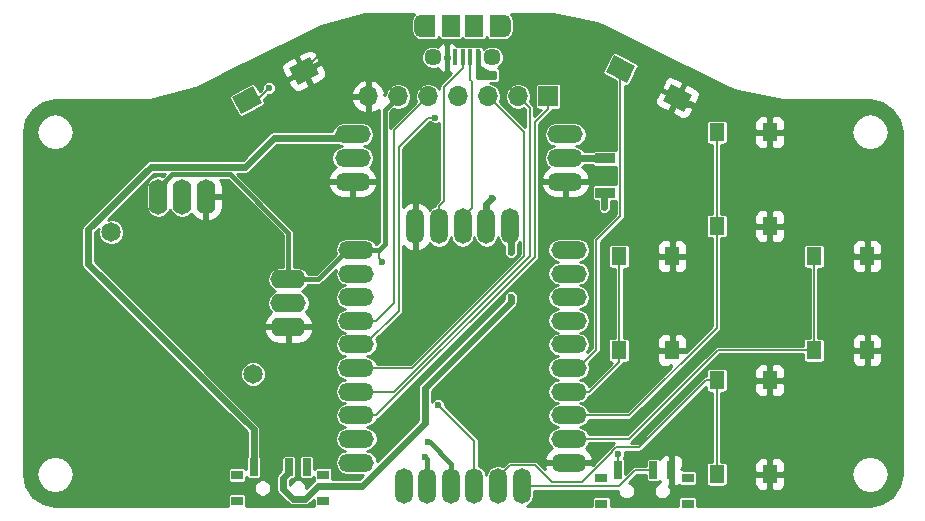
<source format=gbr>
G04 #@! TF.FileFunction,Copper,L1,Top,Signal*
%FSLAX46Y46*%
G04 Gerber Fmt 4.6, Leading zero omitted, Abs format (unit mm)*
G04 Created by KiCad (PCBNEW 4.0.4-stable) date 07/06/18 22:39:36*
%MOMM*%
%LPD*%
G01*
G04 APERTURE LIST*
%ADD10C,0.100000*%
%ADD11O,3.000000X1.500000*%
%ADD12R,1.700000X1.700000*%
%ADD13O,1.700000X1.700000*%
%ADD14R,1.700000X0.900000*%
%ADD15R,1.500000X1.900000*%
%ADD16C,1.450000*%
%ADD17R,0.400000X1.350000*%
%ADD18O,1.200000X1.900000*%
%ADD19R,1.200000X1.900000*%
%ADD20R,1.300000X1.550000*%
%ADD21R,0.700000X1.500000*%
%ADD22R,1.000000X0.800000*%
%ADD23O,1.500000X3.000000*%
%ADD24O,3.000000X1.600000*%
%ADD25O,1.600000X3.000000*%
%ADD26C,1.650000*%
%ADD27C,0.600000*%
%ADD28C,0.200000*%
%ADD29C,0.400000*%
%ADD30C,0.600000*%
%ADD31C,0.254000*%
G04 APERTURE END LIST*
D10*
D11*
X128820000Y-72566000D03*
X128820000Y-70566000D03*
X128820000Y-68566000D03*
X146820000Y-68566000D03*
X146820000Y-70566000D03*
X146820000Y-72566000D03*
D12*
X145360000Y-65350000D03*
D13*
X142820000Y-65350000D03*
X140280000Y-65350000D03*
X137740000Y-65350000D03*
X135200000Y-65350000D03*
X132660000Y-65350000D03*
X130120000Y-65350000D03*
D14*
X150220000Y-73500000D03*
X150220000Y-70600000D03*
D15*
X137120000Y-59350000D03*
D16*
X140620000Y-62050000D03*
D17*
X138770000Y-62050000D03*
X139420000Y-62050000D03*
X136820000Y-62050000D03*
X137470000Y-62050000D03*
X138120000Y-62050000D03*
D16*
X135620000Y-62050000D03*
D15*
X139120000Y-59350000D03*
D18*
X141620000Y-59350000D03*
X134620000Y-59350000D03*
D19*
X135220000Y-59350000D03*
X141020000Y-59350000D03*
D20*
X164120000Y-97325000D03*
X159620000Y-97325000D03*
X159620000Y-89375000D03*
X164120000Y-89375000D03*
X155870000Y-86825000D03*
X151370000Y-86825000D03*
X151370000Y-78875000D03*
X155870000Y-78875000D03*
X164120000Y-76325000D03*
X159620000Y-76325000D03*
X159620000Y-68375000D03*
X164120000Y-68375000D03*
X172370000Y-86825000D03*
X167870000Y-86825000D03*
X167870000Y-78875000D03*
X172370000Y-78875000D03*
D21*
X120420000Y-96750000D03*
X123420000Y-96750000D03*
X124920000Y-96750000D03*
D22*
X119020000Y-99610000D03*
X126320000Y-99610000D03*
X126320000Y-97400000D03*
X119020000Y-97400000D03*
D21*
X151270000Y-96990000D03*
X154270000Y-96990000D03*
X155770000Y-96990000D03*
D22*
X149870000Y-99850000D03*
X157170000Y-99850000D03*
X157170000Y-97640000D03*
X149870000Y-97640000D03*
D10*
G36*
X155046519Y-65734589D02*
X155772904Y-64308978D01*
X157554917Y-65216959D01*
X156828532Y-66642570D01*
X155046519Y-65734589D01*
X155046519Y-65734589D01*
G37*
G36*
X150235083Y-63283041D02*
X150961468Y-61857430D01*
X152743481Y-62765411D01*
X152017096Y-64191022D01*
X150235083Y-63283041D01*
X150235083Y-63283041D01*
G37*
G36*
X124147904Y-64366022D02*
X123421519Y-62940411D01*
X125203532Y-62032430D01*
X125929917Y-63458041D01*
X124147904Y-64366022D01*
X124147904Y-64366022D01*
G37*
G36*
X119336468Y-66817570D02*
X118610083Y-65391959D01*
X120392096Y-64483978D01*
X121118481Y-65909589D01*
X119336468Y-66817570D01*
X119336468Y-66817570D01*
G37*
D11*
X129120000Y-88350000D03*
X129120000Y-86350000D03*
X129120000Y-84350000D03*
X129120000Y-82350000D03*
X129120000Y-94350000D03*
X129120000Y-90350000D03*
X129120000Y-96350000D03*
X129120000Y-92350000D03*
X129120000Y-80350000D03*
X129120000Y-78350000D03*
D23*
X133120000Y-98350000D03*
X135120000Y-98350000D03*
X137120000Y-98350000D03*
X139120000Y-98350000D03*
X141120000Y-98350000D03*
X143120000Y-98350000D03*
D11*
X147120000Y-84350000D03*
X147120000Y-82350000D03*
X147120000Y-86350000D03*
X147120000Y-88350000D03*
X147120000Y-80350000D03*
X147120000Y-78350000D03*
X147120000Y-94350000D03*
X147120000Y-96350000D03*
X147120000Y-90350000D03*
X147120000Y-92350000D03*
D23*
X136120000Y-76350000D03*
X140120000Y-76350000D03*
X134120000Y-76350000D03*
X138120000Y-76350000D03*
X142120000Y-76350000D03*
D24*
X123370000Y-82850000D03*
X123370000Y-84850000D03*
X123370000Y-80850000D03*
D25*
X116370000Y-73850000D03*
X114370000Y-73850000D03*
X112370000Y-73850000D03*
D26*
X120370000Y-88850000D03*
X108370000Y-76850000D03*
D27*
X129020000Y-74250000D03*
X149020000Y-72350000D03*
X144820000Y-72550000D03*
X158120000Y-66050000D03*
X126820000Y-62050000D03*
X112620000Y-91450000D03*
X155820000Y-95650000D03*
X164120000Y-92950000D03*
X172320000Y-82750000D03*
X164120000Y-73850000D03*
X164120000Y-72350000D03*
X155920000Y-82750000D03*
X149420000Y-95750000D03*
X144820000Y-95950000D03*
X134120000Y-79150000D03*
X134120000Y-73850000D03*
X126520000Y-72650000D03*
X130020000Y-63050000D03*
X136820000Y-60850000D03*
X151320000Y-95650000D03*
X131320000Y-79350000D03*
X121720000Y-64650000D03*
X136020000Y-91450000D03*
X134920000Y-95850000D03*
X135220000Y-94650000D03*
X135820000Y-67150000D03*
X120420000Y-94950000D03*
X139920000Y-63550000D03*
X140620000Y-63550000D03*
X150120000Y-74750000D03*
X140620000Y-73950000D03*
X142220000Y-78550000D03*
X142220000Y-82350000D03*
D28*
X129020000Y-74250000D02*
X129020000Y-72766000D01*
X129020000Y-72766000D02*
X128820000Y-72566000D01*
X146820000Y-72566000D02*
X148804000Y-72566000D01*
X148804000Y-72566000D02*
X149020000Y-72350000D01*
X146820000Y-72566000D02*
X144836000Y-72566000D01*
X144836000Y-72566000D02*
X144820000Y-72550000D01*
X156300718Y-65475774D02*
X157114924Y-66289980D01*
X157114924Y-66289980D02*
X157880020Y-66289980D01*
X157880020Y-66289980D02*
X158120000Y-66050000D01*
X124675718Y-63199226D02*
X125824944Y-62050000D01*
X125824944Y-62050000D02*
X126820000Y-62050000D01*
X155770000Y-96990000D02*
X155770000Y-95700000D01*
X155770000Y-95700000D02*
X155820000Y-95650000D01*
X164120000Y-97325000D02*
X164120000Y-92950000D01*
X164120000Y-89375000D02*
X164120000Y-92950000D01*
X172320000Y-82750000D02*
X172320000Y-86775000D01*
X172320000Y-86775000D02*
X172370000Y-86825000D01*
X172370000Y-78875000D02*
X172370000Y-82700000D01*
X172370000Y-82700000D02*
X172320000Y-82750000D01*
X164120000Y-73850000D02*
X164120000Y-76325000D01*
X164120000Y-68375000D02*
X164120000Y-72350000D01*
X155870000Y-86825000D02*
X155870000Y-82800000D01*
X155870000Y-82800000D02*
X155920000Y-82750000D01*
X155870000Y-78875000D02*
X155870000Y-82700000D01*
X155870000Y-82700000D02*
X155920000Y-82750000D01*
X147120000Y-96350000D02*
X148820000Y-96350000D01*
X148820000Y-96350000D02*
X149420000Y-95750000D01*
X147120000Y-96350000D02*
X145220000Y-96350000D01*
X145220000Y-96350000D02*
X144820000Y-95950000D01*
X134120000Y-76350000D02*
X134120000Y-78050000D01*
X134120000Y-78050000D02*
X134120000Y-79150000D01*
X134120000Y-76350000D02*
X134120000Y-73850000D01*
X128820000Y-72566000D02*
X126604000Y-72566000D01*
X126604000Y-72566000D02*
X126520000Y-72650000D01*
X130120000Y-65350000D02*
X130120000Y-63150000D01*
X130120000Y-63150000D02*
X130020000Y-63050000D01*
X130120000Y-64147919D02*
X130120000Y-63150000D01*
X130120000Y-65350000D02*
X130120000Y-64147919D01*
X136820000Y-62050000D02*
X136820000Y-60850000D01*
D29*
X112370000Y-73150000D02*
X112370000Y-73850000D01*
X123370000Y-80850000D02*
X123370000Y-76914847D01*
X118415790Y-71960637D02*
X113559363Y-71960637D01*
X113559363Y-71960637D02*
X112370000Y-73150000D01*
X123370000Y-76914847D02*
X118415790Y-71960637D01*
D28*
X151320000Y-95650000D02*
X151320000Y-96940000D01*
X151320000Y-96940000D02*
X151270000Y-96990000D01*
X131020000Y-78350000D02*
X131020000Y-79050000D01*
X131020000Y-79050000D02*
X131320000Y-79350000D01*
D29*
X123370000Y-80850000D02*
X125870000Y-80850000D01*
X125870000Y-80850000D02*
X128370000Y-78350000D01*
X128370000Y-78350000D02*
X129120000Y-78350000D01*
X131520000Y-77850000D02*
X131520000Y-66490000D01*
X131520000Y-66490000D02*
X132660000Y-65350000D01*
X129120000Y-78350000D02*
X131020000Y-78350000D01*
X131020000Y-78350000D02*
X131520000Y-77850000D01*
D28*
X121720000Y-64650000D02*
X120719226Y-65650774D01*
X120719226Y-65650774D02*
X119864282Y-65650774D01*
X139120000Y-98350000D02*
X139120000Y-94550000D01*
X139120000Y-94550000D02*
X136020000Y-91450000D01*
X158770000Y-89375000D02*
X159620000Y-89375000D01*
X153095000Y-95050000D02*
X158770000Y-89375000D01*
X151105998Y-95050000D02*
X153095000Y-95050000D01*
X148196106Y-97999989D02*
X150769999Y-95426096D01*
X150769999Y-95426096D02*
X150769999Y-95385999D01*
X144269990Y-96599990D02*
X145669989Y-97999989D01*
X145669989Y-97999989D02*
X148196106Y-97999989D01*
X141120000Y-98350000D02*
X141120000Y-97600000D01*
X150769999Y-95385999D02*
X151105998Y-95050000D01*
X142120010Y-96599990D02*
X144269990Y-96599990D01*
X141120000Y-97600000D02*
X142120010Y-96599990D01*
X159620000Y-97325000D02*
X159620000Y-96350000D01*
X159620000Y-96350000D02*
X159620000Y-89375000D01*
X143120000Y-98350000D02*
X151383998Y-98350000D01*
X151383998Y-98350000D02*
X152743998Y-96990000D01*
X152743998Y-96990000D02*
X153720000Y-96990000D01*
X153720000Y-96990000D02*
X154270000Y-96990000D01*
X144220000Y-78950000D02*
X144220000Y-67540000D01*
X144220000Y-67540000D02*
X145360000Y-66400000D01*
X145360000Y-66400000D02*
X145360000Y-65350000D01*
X130820000Y-92350000D02*
X144220000Y-78950000D01*
X129120000Y-92350000D02*
X130820000Y-92350000D01*
X159620000Y-76325000D02*
X159620000Y-68375000D01*
X147120000Y-92350000D02*
X152220002Y-92350000D01*
X152220002Y-92350000D02*
X159620000Y-84950002D01*
X159620000Y-84950002D02*
X159620000Y-77300000D01*
X159620000Y-77300000D02*
X159620000Y-76325000D01*
X167870000Y-78875000D02*
X167870000Y-79850000D01*
X167870000Y-79850000D02*
X167870000Y-86825000D01*
X152220000Y-94350000D02*
X159745000Y-86825000D01*
X159745000Y-86825000D02*
X167870000Y-86825000D01*
X147120000Y-94350000D02*
X152220000Y-94350000D01*
X149420000Y-77550000D02*
X151489282Y-75480718D01*
X151489282Y-75480718D02*
X151489282Y-63024226D01*
X149420000Y-86800000D02*
X149420000Y-77550000D01*
X147120000Y-88350000D02*
X147870000Y-88350000D01*
X147870000Y-88350000D02*
X149420000Y-86800000D01*
D29*
X135120000Y-98350000D02*
X135120000Y-96050000D01*
X135120000Y-96050000D02*
X134920000Y-95850000D01*
X137120000Y-98350000D02*
X137120000Y-96450000D01*
X137120000Y-96450000D02*
X135320000Y-94650000D01*
X135320000Y-94650000D02*
X135220000Y-94650000D01*
D28*
X151370000Y-86825000D02*
X151370000Y-78875000D01*
X147120000Y-90350000D02*
X148820000Y-90350000D01*
X148820000Y-90350000D02*
X151370000Y-87800000D01*
X151370000Y-87800000D02*
X151370000Y-86825000D01*
X143320000Y-78860020D02*
X143320000Y-68390000D01*
X129120000Y-88350000D02*
X133830020Y-88350000D01*
X133830020Y-88350000D02*
X143320000Y-78860020D01*
X141129999Y-66199999D02*
X140280000Y-65350000D01*
X143320000Y-68390000D02*
X141129999Y-66199999D01*
X129120000Y-88350000D02*
X129870000Y-88350000D01*
X132320000Y-82850000D02*
X132320000Y-68230000D01*
X132320000Y-68230000D02*
X135200000Y-65350000D01*
X129120000Y-84350000D02*
X130820000Y-84350000D01*
X130820000Y-84350000D02*
X132320000Y-82850000D01*
X129120000Y-84350000D02*
X129870000Y-84350000D01*
X143669999Y-66199999D02*
X142820000Y-65350000D01*
X143820000Y-66350000D02*
X143669999Y-66199999D01*
X143820000Y-78855010D02*
X143820000Y-66350000D01*
X132325010Y-90350000D02*
X143820000Y-78855010D01*
X129120000Y-90350000D02*
X132325010Y-90350000D01*
X129120000Y-90350000D02*
X129870000Y-90350000D01*
X132720000Y-69650000D02*
X135220000Y-67150000D01*
X135220000Y-67150000D02*
X135820000Y-67150000D01*
X132720000Y-83500000D02*
X132720000Y-69650000D01*
X129870000Y-86350000D02*
X132720000Y-83500000D01*
X129120000Y-86350000D02*
X129870000Y-86350000D01*
D30*
X120420000Y-94950000D02*
X120420000Y-93550000D01*
X120420000Y-93550000D02*
X106420000Y-79550000D01*
X106420000Y-79550000D02*
X106420000Y-76620881D01*
X106420000Y-76620881D02*
X111730255Y-71310626D01*
X111730255Y-71310626D02*
X119731057Y-71310626D01*
X119731057Y-71310626D02*
X122145846Y-68895837D01*
X122145846Y-68895837D02*
X128490163Y-68895837D01*
X128490163Y-68895837D02*
X128820000Y-68566000D01*
X120420000Y-94950000D02*
X120420000Y-96750000D01*
X140620000Y-63550000D02*
X139920000Y-63550000D01*
X150120000Y-74750000D02*
X150120000Y-73600000D01*
X150120000Y-73600000D02*
X150220000Y-73500000D01*
X140120000Y-76350000D02*
X140120000Y-74450000D01*
X140120000Y-74450000D02*
X140620000Y-73950000D01*
X146820000Y-70566000D02*
X150186000Y-70566000D01*
X150186000Y-70566000D02*
X150220000Y-70600000D01*
D28*
X138120000Y-76350000D02*
X138120000Y-75600000D01*
X138120000Y-75600000D02*
X138905558Y-74814442D01*
X138905558Y-74814442D02*
X138905558Y-64069095D01*
X138905558Y-64069095D02*
X138770000Y-63933537D01*
X138770000Y-63933537D02*
X138770000Y-62050000D01*
X136120000Y-76350000D02*
X136120000Y-74650000D01*
X136120000Y-74650000D02*
X136530570Y-74239430D01*
X136530570Y-74239430D02*
X136530570Y-64514430D01*
X136530570Y-64514430D02*
X138120000Y-62925000D01*
X138120000Y-62925000D02*
X138120000Y-62050000D01*
D30*
X142220000Y-78550000D02*
X142220000Y-76450000D01*
X142220000Y-76450000D02*
X142120000Y-76350000D01*
X134920000Y-90050000D02*
X142220000Y-82750000D01*
X142220000Y-82750000D02*
X142220000Y-82350000D01*
X134920000Y-92997070D02*
X134920000Y-90050000D01*
X125869998Y-98350000D02*
X129567070Y-98350000D01*
X129567070Y-98350000D02*
X134920000Y-92997070D01*
X122920000Y-97650000D02*
X122920000Y-98592002D01*
X122920000Y-98592002D02*
X123737999Y-99410001D01*
X123737999Y-99410001D02*
X124809997Y-99410001D01*
X124809997Y-99410001D02*
X125869998Y-98350000D01*
X123420000Y-96750000D02*
X123420000Y-97150000D01*
X123420000Y-97150000D02*
X122920000Y-97650000D01*
D31*
G36*
X133999867Y-58355829D02*
X133809758Y-58640349D01*
X133743000Y-58975962D01*
X133743000Y-59724038D01*
X133809758Y-60059651D01*
X133999867Y-60344171D01*
X134284387Y-60534280D01*
X134620000Y-60601038D01*
X134713568Y-60582426D01*
X135820000Y-60582426D01*
X135922650Y-60563111D01*
X136016927Y-60502445D01*
X136080175Y-60409880D01*
X136094727Y-60338017D01*
X136106889Y-60402650D01*
X136167555Y-60496927D01*
X136260120Y-60560175D01*
X136370000Y-60582426D01*
X137870000Y-60582426D01*
X137972650Y-60563111D01*
X138066927Y-60502445D01*
X138120579Y-60423924D01*
X138167555Y-60496927D01*
X138260120Y-60560175D01*
X138370000Y-60582426D01*
X139870000Y-60582426D01*
X139972650Y-60563111D01*
X140066927Y-60502445D01*
X140130175Y-60409880D01*
X140144727Y-60338017D01*
X140156889Y-60402650D01*
X140217555Y-60496927D01*
X140310120Y-60560175D01*
X140420000Y-60582426D01*
X141526432Y-60582426D01*
X141620000Y-60601038D01*
X141955613Y-60534280D01*
X142240133Y-60344171D01*
X142430242Y-60059651D01*
X142497000Y-59724038D01*
X142497000Y-58975962D01*
X142430242Y-58640349D01*
X142240133Y-58355829D01*
X142235788Y-58352926D01*
X145753457Y-58352926D01*
X149511769Y-59100500D01*
X150073105Y-59355009D01*
X160715001Y-64609695D01*
X160720285Y-64611114D01*
X160724742Y-64614309D01*
X161325327Y-64886613D01*
X161361878Y-64895145D01*
X161396562Y-64909512D01*
X165223396Y-65670717D01*
X165255604Y-65670717D01*
X165287191Y-65677000D01*
X172587793Y-65677000D01*
X173640462Y-65886389D01*
X174505566Y-66464434D01*
X175083612Y-67329539D01*
X175293000Y-68382208D01*
X175293000Y-97317792D01*
X175083612Y-98370461D01*
X174505566Y-99235566D01*
X173640462Y-99813611D01*
X172587793Y-100023000D01*
X157952426Y-100023000D01*
X157952426Y-99450000D01*
X157933111Y-99347350D01*
X157872445Y-99253073D01*
X157779880Y-99189825D01*
X157670000Y-99167574D01*
X156670000Y-99167574D01*
X156567350Y-99186889D01*
X156473073Y-99247555D01*
X156409825Y-99340120D01*
X156387574Y-99450000D01*
X156387574Y-100023000D01*
X150652426Y-100023000D01*
X150652426Y-99450000D01*
X150633111Y-99347350D01*
X150572445Y-99253073D01*
X150479880Y-99189825D01*
X150370000Y-99167574D01*
X149370000Y-99167574D01*
X149267350Y-99186889D01*
X149173073Y-99247555D01*
X149109825Y-99340120D01*
X149087574Y-99450000D01*
X149087574Y-100023000D01*
X143603766Y-100023000D01*
X143846199Y-99861012D01*
X144068824Y-99527829D01*
X144147000Y-99134813D01*
X144147000Y-98727000D01*
X151293019Y-98727000D01*
X151292874Y-98893975D01*
X151403320Y-99161275D01*
X151607650Y-99365961D01*
X151874756Y-99476874D01*
X152163975Y-99477126D01*
X152431275Y-99366680D01*
X152635961Y-99162350D01*
X152746874Y-98895244D01*
X152747126Y-98606025D01*
X152636680Y-98338725D01*
X152432350Y-98134039D01*
X152220914Y-98046242D01*
X152900157Y-97367000D01*
X153637574Y-97367000D01*
X153637574Y-97740000D01*
X153656889Y-97842650D01*
X153717555Y-97936927D01*
X153810120Y-98000175D01*
X153920000Y-98022426D01*
X154620000Y-98022426D01*
X154722650Y-98003111D01*
X154816618Y-97942644D01*
X154853676Y-98032108D01*
X154608725Y-98133320D01*
X154404039Y-98337650D01*
X154293126Y-98604756D01*
X154292874Y-98893975D01*
X154403320Y-99161275D01*
X154607650Y-99365961D01*
X154874756Y-99476874D01*
X155163975Y-99477126D01*
X155431275Y-99366680D01*
X155635961Y-99162350D01*
X155746874Y-98895244D01*
X155747126Y-98606025D01*
X155636680Y-98338725D01*
X155578653Y-98280597D01*
X155643000Y-98216250D01*
X155643000Y-97117000D01*
X155623000Y-97117000D01*
X155623000Y-96863000D01*
X155643000Y-96863000D01*
X155643000Y-95763750D01*
X155897000Y-95763750D01*
X155897000Y-96863000D01*
X155917000Y-96863000D01*
X155917000Y-97117000D01*
X155897000Y-97117000D01*
X155897000Y-98216250D01*
X156055750Y-98375000D01*
X156246309Y-98375000D01*
X156479698Y-98278327D01*
X156499364Y-98258661D01*
X156560120Y-98300175D01*
X156670000Y-98322426D01*
X157670000Y-98322426D01*
X157772650Y-98303111D01*
X157866927Y-98242445D01*
X157930175Y-98149880D01*
X157952426Y-98040000D01*
X157952426Y-97240000D01*
X157933111Y-97137350D01*
X157872445Y-97043073D01*
X157779880Y-96979825D01*
X157670000Y-96957574D01*
X156755000Y-96957574D01*
X156755000Y-96862998D01*
X156596252Y-96862998D01*
X156755000Y-96704250D01*
X156755000Y-96113690D01*
X156658327Y-95880301D01*
X156479698Y-95701673D01*
X156246309Y-95605000D01*
X156055750Y-95605000D01*
X155897000Y-95763750D01*
X155643000Y-95763750D01*
X155484250Y-95605000D01*
X155293691Y-95605000D01*
X155060302Y-95701673D01*
X154881673Y-95880301D01*
X154816058Y-96038709D01*
X154729880Y-95979825D01*
X154620000Y-95957574D01*
X153920000Y-95957574D01*
X153817350Y-95976889D01*
X153723073Y-96037555D01*
X153659825Y-96130120D01*
X153637574Y-96240000D01*
X153637574Y-96613000D01*
X152743998Y-96613000D01*
X152599726Y-96641697D01*
X152477418Y-96723421D01*
X151902426Y-97298413D01*
X151902426Y-96240000D01*
X151883111Y-96137350D01*
X151822445Y-96043073D01*
X151775255Y-96010829D01*
X151808871Y-95977271D01*
X151896900Y-95765276D01*
X151897100Y-95535731D01*
X151852173Y-95427000D01*
X153095000Y-95427000D01*
X153239272Y-95398303D01*
X153361579Y-95316579D01*
X158687574Y-89990584D01*
X158687574Y-90150000D01*
X158706889Y-90252650D01*
X158767555Y-90346927D01*
X158860120Y-90410175D01*
X158970000Y-90432426D01*
X159243000Y-90432426D01*
X159243000Y-96267574D01*
X158970000Y-96267574D01*
X158867350Y-96286889D01*
X158773073Y-96347555D01*
X158709825Y-96440120D01*
X158687574Y-96550000D01*
X158687574Y-98100000D01*
X158706889Y-98202650D01*
X158767555Y-98296927D01*
X158860120Y-98360175D01*
X158970000Y-98382426D01*
X160270000Y-98382426D01*
X160372650Y-98363111D01*
X160466927Y-98302445D01*
X160530175Y-98209880D01*
X160552426Y-98100000D01*
X160552426Y-97610750D01*
X162835000Y-97610750D01*
X162835000Y-98226309D01*
X162931673Y-98459698D01*
X163110301Y-98638327D01*
X163343690Y-98735000D01*
X163834250Y-98735000D01*
X163993000Y-98576250D01*
X163993000Y-97452000D01*
X164247000Y-97452000D01*
X164247000Y-98576250D01*
X164405750Y-98735000D01*
X164896310Y-98735000D01*
X165129699Y-98638327D01*
X165308327Y-98459698D01*
X165405000Y-98226309D01*
X165405000Y-97610750D01*
X165246250Y-97452000D01*
X164247000Y-97452000D01*
X163993000Y-97452000D01*
X162993750Y-97452000D01*
X162835000Y-97610750D01*
X160552426Y-97610750D01*
X160552426Y-97350000D01*
X171043000Y-97350000D01*
X171163042Y-97953492D01*
X171504893Y-98465107D01*
X172016508Y-98806958D01*
X172620000Y-98927000D01*
X173223492Y-98806958D01*
X173735107Y-98465107D01*
X174076958Y-97953492D01*
X174197000Y-97350000D01*
X174076958Y-96746508D01*
X173735107Y-96234893D01*
X173223492Y-95893042D01*
X172620000Y-95773000D01*
X172016508Y-95893042D01*
X171504893Y-96234893D01*
X171163042Y-96746508D01*
X171043000Y-97350000D01*
X160552426Y-97350000D01*
X160552426Y-96550000D01*
X160533111Y-96447350D01*
X160517887Y-96423691D01*
X162835000Y-96423691D01*
X162835000Y-97039250D01*
X162993750Y-97198000D01*
X163993000Y-97198000D01*
X163993000Y-96073750D01*
X164247000Y-96073750D01*
X164247000Y-97198000D01*
X165246250Y-97198000D01*
X165405000Y-97039250D01*
X165405000Y-96423691D01*
X165308327Y-96190302D01*
X165129699Y-96011673D01*
X164896310Y-95915000D01*
X164405750Y-95915000D01*
X164247000Y-96073750D01*
X163993000Y-96073750D01*
X163834250Y-95915000D01*
X163343690Y-95915000D01*
X163110301Y-96011673D01*
X162931673Y-96190302D01*
X162835000Y-96423691D01*
X160517887Y-96423691D01*
X160472445Y-96353073D01*
X160379880Y-96289825D01*
X160270000Y-96267574D01*
X159997000Y-96267574D01*
X159997000Y-90432426D01*
X160270000Y-90432426D01*
X160372650Y-90413111D01*
X160466927Y-90352445D01*
X160530175Y-90259880D01*
X160552426Y-90150000D01*
X160552426Y-89660750D01*
X162835000Y-89660750D01*
X162835000Y-90276309D01*
X162931673Y-90509698D01*
X163110301Y-90688327D01*
X163343690Y-90785000D01*
X163834250Y-90785000D01*
X163993000Y-90626250D01*
X163993000Y-89502000D01*
X164247000Y-89502000D01*
X164247000Y-90626250D01*
X164405750Y-90785000D01*
X164896310Y-90785000D01*
X165129699Y-90688327D01*
X165308327Y-90509698D01*
X165405000Y-90276309D01*
X165405000Y-89660750D01*
X165246250Y-89502000D01*
X164247000Y-89502000D01*
X163993000Y-89502000D01*
X162993750Y-89502000D01*
X162835000Y-89660750D01*
X160552426Y-89660750D01*
X160552426Y-88600000D01*
X160533111Y-88497350D01*
X160517887Y-88473691D01*
X162835000Y-88473691D01*
X162835000Y-89089250D01*
X162993750Y-89248000D01*
X163993000Y-89248000D01*
X163993000Y-88123750D01*
X164247000Y-88123750D01*
X164247000Y-89248000D01*
X165246250Y-89248000D01*
X165405000Y-89089250D01*
X165405000Y-88473691D01*
X165308327Y-88240302D01*
X165129699Y-88061673D01*
X164896310Y-87965000D01*
X164405750Y-87965000D01*
X164247000Y-88123750D01*
X163993000Y-88123750D01*
X163834250Y-87965000D01*
X163343690Y-87965000D01*
X163110301Y-88061673D01*
X162931673Y-88240302D01*
X162835000Y-88473691D01*
X160517887Y-88473691D01*
X160472445Y-88403073D01*
X160379880Y-88339825D01*
X160270000Y-88317574D01*
X158970000Y-88317574D01*
X158867350Y-88336889D01*
X158773073Y-88397555D01*
X158709825Y-88490120D01*
X158687574Y-88600000D01*
X158687574Y-89014395D01*
X158625728Y-89026697D01*
X158503421Y-89108421D01*
X152938842Y-94673000D01*
X152402140Y-94673000D01*
X152486579Y-94616579D01*
X159901158Y-87202000D01*
X166937574Y-87202000D01*
X166937574Y-87600000D01*
X166956889Y-87702650D01*
X167017555Y-87796927D01*
X167110120Y-87860175D01*
X167220000Y-87882426D01*
X168520000Y-87882426D01*
X168622650Y-87863111D01*
X168716927Y-87802445D01*
X168780175Y-87709880D01*
X168802426Y-87600000D01*
X168802426Y-87110750D01*
X171085000Y-87110750D01*
X171085000Y-87726309D01*
X171181673Y-87959698D01*
X171360301Y-88138327D01*
X171593690Y-88235000D01*
X172084250Y-88235000D01*
X172243000Y-88076250D01*
X172243000Y-86952000D01*
X172497000Y-86952000D01*
X172497000Y-88076250D01*
X172655750Y-88235000D01*
X173146310Y-88235000D01*
X173379699Y-88138327D01*
X173558327Y-87959698D01*
X173655000Y-87726309D01*
X173655000Y-87110750D01*
X173496250Y-86952000D01*
X172497000Y-86952000D01*
X172243000Y-86952000D01*
X171243750Y-86952000D01*
X171085000Y-87110750D01*
X168802426Y-87110750D01*
X168802426Y-86050000D01*
X168783111Y-85947350D01*
X168767887Y-85923691D01*
X171085000Y-85923691D01*
X171085000Y-86539250D01*
X171243750Y-86698000D01*
X172243000Y-86698000D01*
X172243000Y-85573750D01*
X172497000Y-85573750D01*
X172497000Y-86698000D01*
X173496250Y-86698000D01*
X173655000Y-86539250D01*
X173655000Y-85923691D01*
X173558327Y-85690302D01*
X173379699Y-85511673D01*
X173146310Y-85415000D01*
X172655750Y-85415000D01*
X172497000Y-85573750D01*
X172243000Y-85573750D01*
X172084250Y-85415000D01*
X171593690Y-85415000D01*
X171360301Y-85511673D01*
X171181673Y-85690302D01*
X171085000Y-85923691D01*
X168767887Y-85923691D01*
X168722445Y-85853073D01*
X168629880Y-85789825D01*
X168520000Y-85767574D01*
X168247000Y-85767574D01*
X168247000Y-79932426D01*
X168520000Y-79932426D01*
X168622650Y-79913111D01*
X168716927Y-79852445D01*
X168780175Y-79759880D01*
X168802426Y-79650000D01*
X168802426Y-79160750D01*
X171085000Y-79160750D01*
X171085000Y-79776309D01*
X171181673Y-80009698D01*
X171360301Y-80188327D01*
X171593690Y-80285000D01*
X172084250Y-80285000D01*
X172243000Y-80126250D01*
X172243000Y-79002000D01*
X172497000Y-79002000D01*
X172497000Y-80126250D01*
X172655750Y-80285000D01*
X173146310Y-80285000D01*
X173379699Y-80188327D01*
X173558327Y-80009698D01*
X173655000Y-79776309D01*
X173655000Y-79160750D01*
X173496250Y-79002000D01*
X172497000Y-79002000D01*
X172243000Y-79002000D01*
X171243750Y-79002000D01*
X171085000Y-79160750D01*
X168802426Y-79160750D01*
X168802426Y-78100000D01*
X168783111Y-77997350D01*
X168767887Y-77973691D01*
X171085000Y-77973691D01*
X171085000Y-78589250D01*
X171243750Y-78748000D01*
X172243000Y-78748000D01*
X172243000Y-77623750D01*
X172497000Y-77623750D01*
X172497000Y-78748000D01*
X173496250Y-78748000D01*
X173655000Y-78589250D01*
X173655000Y-77973691D01*
X173558327Y-77740302D01*
X173379699Y-77561673D01*
X173146310Y-77465000D01*
X172655750Y-77465000D01*
X172497000Y-77623750D01*
X172243000Y-77623750D01*
X172084250Y-77465000D01*
X171593690Y-77465000D01*
X171360301Y-77561673D01*
X171181673Y-77740302D01*
X171085000Y-77973691D01*
X168767887Y-77973691D01*
X168722445Y-77903073D01*
X168629880Y-77839825D01*
X168520000Y-77817574D01*
X167220000Y-77817574D01*
X167117350Y-77836889D01*
X167023073Y-77897555D01*
X166959825Y-77990120D01*
X166937574Y-78100000D01*
X166937574Y-79650000D01*
X166956889Y-79752650D01*
X167017555Y-79846927D01*
X167110120Y-79910175D01*
X167220000Y-79932426D01*
X167493000Y-79932426D01*
X167493000Y-85767574D01*
X167220000Y-85767574D01*
X167117350Y-85786889D01*
X167023073Y-85847555D01*
X166959825Y-85940120D01*
X166937574Y-86050000D01*
X166937574Y-86448000D01*
X159745000Y-86448000D01*
X159600728Y-86476697D01*
X159478421Y-86558421D01*
X152063842Y-93973000D01*
X148856823Y-93973000D01*
X148853637Y-93956984D01*
X148631012Y-93623801D01*
X148297829Y-93401176D01*
X148040551Y-93350000D01*
X148297829Y-93298824D01*
X148631012Y-93076199D01*
X148853637Y-92743016D01*
X148856823Y-92727000D01*
X152220002Y-92727000D01*
X152364274Y-92698303D01*
X152486581Y-92616579D01*
X159886580Y-85216581D01*
X159935569Y-85143263D01*
X159968303Y-85094274D01*
X159997000Y-84950002D01*
X159997000Y-77382426D01*
X160270000Y-77382426D01*
X160372650Y-77363111D01*
X160466927Y-77302445D01*
X160530175Y-77209880D01*
X160552426Y-77100000D01*
X160552426Y-76610750D01*
X162835000Y-76610750D01*
X162835000Y-77226309D01*
X162931673Y-77459698D01*
X163110301Y-77638327D01*
X163343690Y-77735000D01*
X163834250Y-77735000D01*
X163993000Y-77576250D01*
X163993000Y-76452000D01*
X164247000Y-76452000D01*
X164247000Y-77576250D01*
X164405750Y-77735000D01*
X164896310Y-77735000D01*
X165129699Y-77638327D01*
X165308327Y-77459698D01*
X165405000Y-77226309D01*
X165405000Y-76610750D01*
X165246250Y-76452000D01*
X164247000Y-76452000D01*
X163993000Y-76452000D01*
X162993750Y-76452000D01*
X162835000Y-76610750D01*
X160552426Y-76610750D01*
X160552426Y-75550000D01*
X160533111Y-75447350D01*
X160517887Y-75423691D01*
X162835000Y-75423691D01*
X162835000Y-76039250D01*
X162993750Y-76198000D01*
X163993000Y-76198000D01*
X163993000Y-75073750D01*
X164247000Y-75073750D01*
X164247000Y-76198000D01*
X165246250Y-76198000D01*
X165405000Y-76039250D01*
X165405000Y-75423691D01*
X165308327Y-75190302D01*
X165129699Y-75011673D01*
X164896310Y-74915000D01*
X164405750Y-74915000D01*
X164247000Y-75073750D01*
X163993000Y-75073750D01*
X163834250Y-74915000D01*
X163343690Y-74915000D01*
X163110301Y-75011673D01*
X162931673Y-75190302D01*
X162835000Y-75423691D01*
X160517887Y-75423691D01*
X160472445Y-75353073D01*
X160379880Y-75289825D01*
X160270000Y-75267574D01*
X159997000Y-75267574D01*
X159997000Y-69432426D01*
X160270000Y-69432426D01*
X160372650Y-69413111D01*
X160466927Y-69352445D01*
X160530175Y-69259880D01*
X160552426Y-69150000D01*
X160552426Y-68660750D01*
X162835000Y-68660750D01*
X162835000Y-69276309D01*
X162931673Y-69509698D01*
X163110301Y-69688327D01*
X163343690Y-69785000D01*
X163834250Y-69785000D01*
X163993000Y-69626250D01*
X163993000Y-68502000D01*
X164247000Y-68502000D01*
X164247000Y-69626250D01*
X164405750Y-69785000D01*
X164896310Y-69785000D01*
X165129699Y-69688327D01*
X165308327Y-69509698D01*
X165405000Y-69276309D01*
X165405000Y-68660750D01*
X165246250Y-68502000D01*
X164247000Y-68502000D01*
X163993000Y-68502000D01*
X162993750Y-68502000D01*
X162835000Y-68660750D01*
X160552426Y-68660750D01*
X160552426Y-68350000D01*
X171043000Y-68350000D01*
X171163042Y-68953492D01*
X171504893Y-69465107D01*
X172016508Y-69806958D01*
X172620000Y-69927000D01*
X173223492Y-69806958D01*
X173735107Y-69465107D01*
X174076958Y-68953492D01*
X174197000Y-68350000D01*
X174076958Y-67746508D01*
X173735107Y-67234893D01*
X173223492Y-66893042D01*
X172620000Y-66773000D01*
X172016508Y-66893042D01*
X171504893Y-67234893D01*
X171163042Y-67746508D01*
X171043000Y-68350000D01*
X160552426Y-68350000D01*
X160552426Y-67600000D01*
X160533111Y-67497350D01*
X160517887Y-67473691D01*
X162835000Y-67473691D01*
X162835000Y-68089250D01*
X162993750Y-68248000D01*
X163993000Y-68248000D01*
X163993000Y-67123750D01*
X164247000Y-67123750D01*
X164247000Y-68248000D01*
X165246250Y-68248000D01*
X165405000Y-68089250D01*
X165405000Y-67473691D01*
X165308327Y-67240302D01*
X165129699Y-67061673D01*
X164896310Y-66965000D01*
X164405750Y-66965000D01*
X164247000Y-67123750D01*
X163993000Y-67123750D01*
X163834250Y-66965000D01*
X163343690Y-66965000D01*
X163110301Y-67061673D01*
X162931673Y-67240302D01*
X162835000Y-67473691D01*
X160517887Y-67473691D01*
X160472445Y-67403073D01*
X160379880Y-67339825D01*
X160270000Y-67317574D01*
X158970000Y-67317574D01*
X158867350Y-67336889D01*
X158773073Y-67397555D01*
X158709825Y-67490120D01*
X158687574Y-67600000D01*
X158687574Y-69150000D01*
X158706889Y-69252650D01*
X158767555Y-69346927D01*
X158860120Y-69410175D01*
X158970000Y-69432426D01*
X159243000Y-69432426D01*
X159243000Y-75267574D01*
X158970000Y-75267574D01*
X158867350Y-75286889D01*
X158773073Y-75347555D01*
X158709825Y-75440120D01*
X158687574Y-75550000D01*
X158687574Y-77100000D01*
X158706889Y-77202650D01*
X158767555Y-77296927D01*
X158860120Y-77360175D01*
X158970000Y-77382426D01*
X159243000Y-77382426D01*
X159243000Y-84793843D01*
X157040547Y-86996297D01*
X156996250Y-86952000D01*
X155997000Y-86952000D01*
X155997000Y-86972000D01*
X155743000Y-86972000D01*
X155743000Y-86952000D01*
X154743750Y-86952000D01*
X154585000Y-87110750D01*
X154585000Y-87726309D01*
X154681673Y-87959698D01*
X154860301Y-88138327D01*
X155093690Y-88235000D01*
X155584250Y-88235000D01*
X155742998Y-88076252D01*
X155742998Y-88235000D01*
X155801843Y-88235000D01*
X152063844Y-91973000D01*
X148856823Y-91973000D01*
X148853637Y-91956984D01*
X148631012Y-91623801D01*
X148297829Y-91401176D01*
X148040551Y-91350000D01*
X148297829Y-91298824D01*
X148631012Y-91076199D01*
X148853637Y-90743016D01*
X148858340Y-90719374D01*
X148964272Y-90698303D01*
X149086579Y-90616579D01*
X151636580Y-88066579D01*
X151699107Y-87973000D01*
X151718303Y-87944272D01*
X151730605Y-87882426D01*
X152020000Y-87882426D01*
X152122650Y-87863111D01*
X152216927Y-87802445D01*
X152280175Y-87709880D01*
X152302426Y-87600000D01*
X152302426Y-86050000D01*
X152283111Y-85947350D01*
X152267887Y-85923691D01*
X154585000Y-85923691D01*
X154585000Y-86539250D01*
X154743750Y-86698000D01*
X155743000Y-86698000D01*
X155743000Y-85573750D01*
X155997000Y-85573750D01*
X155997000Y-86698000D01*
X156996250Y-86698000D01*
X157155000Y-86539250D01*
X157155000Y-85923691D01*
X157058327Y-85690302D01*
X156879699Y-85511673D01*
X156646310Y-85415000D01*
X156155750Y-85415000D01*
X155997000Y-85573750D01*
X155743000Y-85573750D01*
X155584250Y-85415000D01*
X155093690Y-85415000D01*
X154860301Y-85511673D01*
X154681673Y-85690302D01*
X154585000Y-85923691D01*
X152267887Y-85923691D01*
X152222445Y-85853073D01*
X152129880Y-85789825D01*
X152020000Y-85767574D01*
X151747000Y-85767574D01*
X151747000Y-79932426D01*
X152020000Y-79932426D01*
X152122650Y-79913111D01*
X152216927Y-79852445D01*
X152280175Y-79759880D01*
X152302426Y-79650000D01*
X152302426Y-79160750D01*
X154585000Y-79160750D01*
X154585000Y-79776309D01*
X154681673Y-80009698D01*
X154860301Y-80188327D01*
X155093690Y-80285000D01*
X155584250Y-80285000D01*
X155743000Y-80126250D01*
X155743000Y-79002000D01*
X155997000Y-79002000D01*
X155997000Y-80126250D01*
X156155750Y-80285000D01*
X156646310Y-80285000D01*
X156879699Y-80188327D01*
X157058327Y-80009698D01*
X157155000Y-79776309D01*
X157155000Y-79160750D01*
X156996250Y-79002000D01*
X155997000Y-79002000D01*
X155743000Y-79002000D01*
X154743750Y-79002000D01*
X154585000Y-79160750D01*
X152302426Y-79160750D01*
X152302426Y-78100000D01*
X152283111Y-77997350D01*
X152267887Y-77973691D01*
X154585000Y-77973691D01*
X154585000Y-78589250D01*
X154743750Y-78748000D01*
X155743000Y-78748000D01*
X155743000Y-77623750D01*
X155997000Y-77623750D01*
X155997000Y-78748000D01*
X156996250Y-78748000D01*
X157155000Y-78589250D01*
X157155000Y-77973691D01*
X157058327Y-77740302D01*
X156879699Y-77561673D01*
X156646310Y-77465000D01*
X156155750Y-77465000D01*
X155997000Y-77623750D01*
X155743000Y-77623750D01*
X155584250Y-77465000D01*
X155093690Y-77465000D01*
X154860301Y-77561673D01*
X154681673Y-77740302D01*
X154585000Y-77973691D01*
X152267887Y-77973691D01*
X152222445Y-77903073D01*
X152129880Y-77839825D01*
X152020000Y-77817574D01*
X150720000Y-77817574D01*
X150617350Y-77836889D01*
X150523073Y-77897555D01*
X150459825Y-77990120D01*
X150437574Y-78100000D01*
X150437574Y-79650000D01*
X150456889Y-79752650D01*
X150517555Y-79846927D01*
X150610120Y-79910175D01*
X150720000Y-79932426D01*
X150993000Y-79932426D01*
X150993000Y-85767574D01*
X150720000Y-85767574D01*
X150617350Y-85786889D01*
X150523073Y-85847555D01*
X150459825Y-85940120D01*
X150437574Y-86050000D01*
X150437574Y-87600000D01*
X150456889Y-87702650D01*
X150517555Y-87796927D01*
X150610120Y-87860175D01*
X150720000Y-87882426D01*
X150754415Y-87882426D01*
X148784031Y-89852811D01*
X148631012Y-89623801D01*
X148297829Y-89401176D01*
X148040551Y-89350000D01*
X148297829Y-89298824D01*
X148631012Y-89076199D01*
X148853637Y-88743016D01*
X148931813Y-88350000D01*
X148853637Y-87956984D01*
X148830621Y-87922537D01*
X149686579Y-87066579D01*
X149768303Y-86944272D01*
X149797000Y-86800000D01*
X149797000Y-77706158D01*
X151755861Y-75747297D01*
X151812980Y-75661813D01*
X151837585Y-75624990D01*
X151866282Y-75480718D01*
X151866282Y-66670578D01*
X155834470Y-66670578D01*
X155903847Y-66884096D01*
X156652790Y-67265702D01*
X156904630Y-67285522D01*
X157144885Y-67207459D01*
X157336978Y-67043397D01*
X157451664Y-66818312D01*
X157627786Y-66472654D01*
X157558410Y-66259135D01*
X156356219Y-65646589D01*
X155834470Y-66670578D01*
X151866282Y-66670578D01*
X151866282Y-65810688D01*
X154403566Y-65810688D01*
X154481630Y-66050942D01*
X154645693Y-66243035D01*
X155394637Y-66624641D01*
X155608155Y-66555264D01*
X156129903Y-65531275D01*
X155912050Y-65420273D01*
X156471533Y-65420273D01*
X157673723Y-66032820D01*
X157887241Y-65963443D01*
X158063363Y-65617785D01*
X158178050Y-65392700D01*
X158197870Y-65140860D01*
X158119806Y-64900606D01*
X157955743Y-64708513D01*
X157206799Y-64326907D01*
X156993281Y-64396284D01*
X156471533Y-65420273D01*
X155912050Y-65420273D01*
X154927713Y-64918728D01*
X154714195Y-64988105D01*
X154538073Y-65333763D01*
X154423386Y-65558848D01*
X154403566Y-65810688D01*
X151866282Y-65810688D01*
X151866282Y-64478894D01*
X154973650Y-64478894D01*
X155043026Y-64692413D01*
X156245217Y-65304959D01*
X156766966Y-64280970D01*
X156697589Y-64067452D01*
X155948646Y-63685846D01*
X155696806Y-63666026D01*
X155456551Y-63744089D01*
X155264458Y-63908151D01*
X155149772Y-64133236D01*
X154973650Y-64478894D01*
X151866282Y-64478894D01*
X151866282Y-64431152D01*
X151888877Y-64442665D01*
X151989108Y-64472058D01*
X152100651Y-64460805D01*
X152199029Y-64407042D01*
X152268739Y-64319241D01*
X152995124Y-62893630D01*
X153024517Y-62793399D01*
X153013264Y-62681856D01*
X152959501Y-62583478D01*
X152871700Y-62513768D01*
X151089687Y-61605787D01*
X150989456Y-61576394D01*
X150877913Y-61587647D01*
X150779535Y-61641410D01*
X150709825Y-61729211D01*
X149983440Y-63154822D01*
X149954047Y-63255053D01*
X149965300Y-63366596D01*
X150019063Y-63464974D01*
X150106864Y-63534684D01*
X151112282Y-64046970D01*
X151112282Y-69876136D01*
X151070000Y-69867574D01*
X149370000Y-69867574D01*
X149267350Y-69886889D01*
X149173073Y-69947555D01*
X149144754Y-69989000D01*
X148430703Y-69989000D01*
X148331012Y-69839801D01*
X147997829Y-69617176D01*
X147740551Y-69566000D01*
X147997829Y-69514824D01*
X148331012Y-69292199D01*
X148553637Y-68959016D01*
X148631813Y-68566000D01*
X148553637Y-68172984D01*
X148331012Y-67839801D01*
X147997829Y-67617176D01*
X147604813Y-67539000D01*
X146035187Y-67539000D01*
X145642171Y-67617176D01*
X145308988Y-67839801D01*
X145086363Y-68172984D01*
X145008187Y-68566000D01*
X145086363Y-68959016D01*
X145308988Y-69292199D01*
X145642171Y-69514824D01*
X145899449Y-69566000D01*
X145642171Y-69617176D01*
X145308988Y-69839801D01*
X145086363Y-70172984D01*
X145008187Y-70566000D01*
X145086363Y-70959016D01*
X145308988Y-71292199D01*
X145400238Y-71353170D01*
X145000855Y-71676460D01*
X144741827Y-72153316D01*
X144727682Y-72224815D01*
X144850344Y-72439000D01*
X146693000Y-72439000D01*
X146693000Y-72419000D01*
X146947000Y-72419000D01*
X146947000Y-72439000D01*
X148789656Y-72439000D01*
X148912318Y-72224815D01*
X148898173Y-72153316D01*
X148639145Y-71676460D01*
X148239762Y-71353170D01*
X148331012Y-71292199D01*
X148430703Y-71143000D01*
X149105073Y-71143000D01*
X149106889Y-71152650D01*
X149167555Y-71246927D01*
X149260120Y-71310175D01*
X149370000Y-71332426D01*
X151070000Y-71332426D01*
X151112282Y-71324470D01*
X151112282Y-72776136D01*
X151070000Y-72767574D01*
X149370000Y-72767574D01*
X149267350Y-72786889D01*
X149173073Y-72847555D01*
X149109825Y-72940120D01*
X149087574Y-73050000D01*
X149087574Y-73950000D01*
X149106889Y-74052650D01*
X149167555Y-74146927D01*
X149260120Y-74210175D01*
X149370000Y-74232426D01*
X149543000Y-74232426D01*
X149543000Y-74749497D01*
X149542900Y-74864269D01*
X149630558Y-75076417D01*
X149711997Y-75157998D01*
X149711999Y-75158001D01*
X149712002Y-75158003D01*
X149792729Y-75238871D01*
X150004724Y-75326900D01*
X150234269Y-75327100D01*
X150446417Y-75239442D01*
X150527998Y-75158003D01*
X150528001Y-75158001D01*
X150528003Y-75157998D01*
X150608871Y-75077271D01*
X150696900Y-74865276D01*
X150697100Y-74635731D01*
X150697000Y-74635489D01*
X150697000Y-74232426D01*
X151070000Y-74232426D01*
X151112282Y-74224470D01*
X151112282Y-75324560D01*
X149153421Y-77283421D01*
X149071697Y-77405728D01*
X149043000Y-77550000D01*
X149043000Y-86643842D01*
X148672028Y-87014814D01*
X148853637Y-86743016D01*
X148931813Y-86350000D01*
X148853637Y-85956984D01*
X148631012Y-85623801D01*
X148297829Y-85401176D01*
X148040551Y-85350000D01*
X148297829Y-85298824D01*
X148631012Y-85076199D01*
X148853637Y-84743016D01*
X148931813Y-84350000D01*
X148853637Y-83956984D01*
X148631012Y-83623801D01*
X148297829Y-83401176D01*
X148040551Y-83350000D01*
X148297829Y-83298824D01*
X148631012Y-83076199D01*
X148853637Y-82743016D01*
X148931813Y-82350000D01*
X148853637Y-81956984D01*
X148631012Y-81623801D01*
X148297829Y-81401176D01*
X148040551Y-81350000D01*
X148297829Y-81298824D01*
X148631012Y-81076199D01*
X148853637Y-80743016D01*
X148931813Y-80350000D01*
X148853637Y-79956984D01*
X148631012Y-79623801D01*
X148297829Y-79401176D01*
X148040551Y-79350000D01*
X148297829Y-79298824D01*
X148631012Y-79076199D01*
X148853637Y-78743016D01*
X148931813Y-78350000D01*
X148853637Y-77956984D01*
X148631012Y-77623801D01*
X148297829Y-77401176D01*
X147904813Y-77323000D01*
X146335187Y-77323000D01*
X145942171Y-77401176D01*
X145608988Y-77623801D01*
X145386363Y-77956984D01*
X145308187Y-78350000D01*
X145386363Y-78743016D01*
X145608988Y-79076199D01*
X145942171Y-79298824D01*
X146199449Y-79350000D01*
X145942171Y-79401176D01*
X145608988Y-79623801D01*
X145386363Y-79956984D01*
X145308187Y-80350000D01*
X145386363Y-80743016D01*
X145608988Y-81076199D01*
X145942171Y-81298824D01*
X146199449Y-81350000D01*
X145942171Y-81401176D01*
X145608988Y-81623801D01*
X145386363Y-81956984D01*
X145308187Y-82350000D01*
X145386363Y-82743016D01*
X145608988Y-83076199D01*
X145942171Y-83298824D01*
X146199449Y-83350000D01*
X145942171Y-83401176D01*
X145608988Y-83623801D01*
X145386363Y-83956984D01*
X145308187Y-84350000D01*
X145386363Y-84743016D01*
X145608988Y-85076199D01*
X145942171Y-85298824D01*
X146199449Y-85350000D01*
X145942171Y-85401176D01*
X145608988Y-85623801D01*
X145386363Y-85956984D01*
X145308187Y-86350000D01*
X145386363Y-86743016D01*
X145608988Y-87076199D01*
X145942171Y-87298824D01*
X146199449Y-87350000D01*
X145942171Y-87401176D01*
X145608988Y-87623801D01*
X145386363Y-87956984D01*
X145308187Y-88350000D01*
X145386363Y-88743016D01*
X145608988Y-89076199D01*
X145942171Y-89298824D01*
X146199449Y-89350000D01*
X145942171Y-89401176D01*
X145608988Y-89623801D01*
X145386363Y-89956984D01*
X145308187Y-90350000D01*
X145386363Y-90743016D01*
X145608988Y-91076199D01*
X145942171Y-91298824D01*
X146199449Y-91350000D01*
X145942171Y-91401176D01*
X145608988Y-91623801D01*
X145386363Y-91956984D01*
X145308187Y-92350000D01*
X145386363Y-92743016D01*
X145608988Y-93076199D01*
X145942171Y-93298824D01*
X146199449Y-93350000D01*
X145942171Y-93401176D01*
X145608988Y-93623801D01*
X145386363Y-93956984D01*
X145308187Y-94350000D01*
X145386363Y-94743016D01*
X145608988Y-95076199D01*
X145700238Y-95137170D01*
X145300855Y-95460460D01*
X145041827Y-95937316D01*
X145027682Y-96008815D01*
X145150344Y-96223000D01*
X146993000Y-96223000D01*
X146993000Y-96203000D01*
X147247000Y-96203000D01*
X147247000Y-96223000D01*
X149089656Y-96223000D01*
X149212318Y-96008815D01*
X149198173Y-95937316D01*
X148939145Y-95460460D01*
X148539762Y-95137170D01*
X148631012Y-95076199D01*
X148853637Y-94743016D01*
X148856823Y-94727000D01*
X150923858Y-94727000D01*
X150839419Y-94783421D01*
X150503420Y-95119420D01*
X150422677Y-95240259D01*
X149124716Y-96538220D01*
X149089656Y-96477000D01*
X147247000Y-96477000D01*
X147247000Y-96497000D01*
X146993000Y-96497000D01*
X146993000Y-96477000D01*
X145150344Y-96477000D01*
X145027682Y-96691185D01*
X145041827Y-96762684D01*
X145132183Y-96929025D01*
X144536569Y-96333411D01*
X144414262Y-96251687D01*
X144269990Y-96222990D01*
X142120010Y-96222990D01*
X141975738Y-96251687D01*
X141853431Y-96333411D01*
X141547463Y-96639379D01*
X141513016Y-96616363D01*
X141120000Y-96538187D01*
X140726984Y-96616363D01*
X140393801Y-96838988D01*
X140171176Y-97172171D01*
X140120000Y-97429449D01*
X140068824Y-97172171D01*
X139846199Y-96838988D01*
X139513016Y-96616363D01*
X139497000Y-96613177D01*
X139497000Y-94550000D01*
X139468303Y-94405728D01*
X139386579Y-94283421D01*
X136596962Y-91493804D01*
X136597100Y-91335731D01*
X136509442Y-91123583D01*
X136347271Y-90961129D01*
X136135276Y-90873100D01*
X135905731Y-90872900D01*
X135693583Y-90960558D01*
X135531129Y-91122729D01*
X135497000Y-91204920D01*
X135497000Y-90289002D01*
X142628001Y-83158001D01*
X142753078Y-82970808D01*
X142797001Y-82750000D01*
X142797000Y-82749995D01*
X142797000Y-82350000D01*
X142797100Y-82235731D01*
X142709442Y-82023583D01*
X142628003Y-81942002D01*
X142628001Y-81941999D01*
X142627998Y-81941997D01*
X142547271Y-81861129D01*
X142335276Y-81773100D01*
X142105731Y-81772900D01*
X141893583Y-81860558D01*
X141812002Y-81941997D01*
X141811999Y-81941999D01*
X141811997Y-81942002D01*
X141731129Y-82022729D01*
X141643100Y-82234724D01*
X141642900Y-82464269D01*
X141643000Y-82464511D01*
X141643000Y-82510998D01*
X134511999Y-89641999D01*
X134386922Y-89829192D01*
X134342999Y-90050000D01*
X134343000Y-90050005D01*
X134343000Y-92758069D01*
X130901825Y-96199243D01*
X130853637Y-95956984D01*
X130631012Y-95623801D01*
X130297829Y-95401176D01*
X130040551Y-95350000D01*
X130297829Y-95298824D01*
X130631012Y-95076199D01*
X130853637Y-94743016D01*
X130931813Y-94350000D01*
X130853637Y-93956984D01*
X130631012Y-93623801D01*
X130297829Y-93401176D01*
X130040551Y-93350000D01*
X130297829Y-93298824D01*
X130631012Y-93076199D01*
X130853637Y-92743016D01*
X130858340Y-92719374D01*
X130964272Y-92698303D01*
X131086579Y-92616579D01*
X144486579Y-79216579D01*
X144568303Y-79094272D01*
X144597000Y-78950000D01*
X144597000Y-72907185D01*
X144727682Y-72907185D01*
X144741827Y-72978684D01*
X145000855Y-73455540D01*
X145422651Y-73796972D01*
X145943000Y-73951000D01*
X146693000Y-73951000D01*
X146693000Y-72693000D01*
X146947000Y-72693000D01*
X146947000Y-73951000D01*
X147697000Y-73951000D01*
X148217349Y-73796972D01*
X148639145Y-73455540D01*
X148898173Y-72978684D01*
X148912318Y-72907185D01*
X148789656Y-72693000D01*
X146947000Y-72693000D01*
X146693000Y-72693000D01*
X144850344Y-72693000D01*
X144727682Y-72907185D01*
X144597000Y-72907185D01*
X144597000Y-67696158D01*
X145626579Y-66666580D01*
X145708303Y-66544272D01*
X145720605Y-66482426D01*
X146210000Y-66482426D01*
X146312650Y-66463111D01*
X146406927Y-66402445D01*
X146470175Y-66309880D01*
X146492426Y-66200000D01*
X146492426Y-64500000D01*
X146473111Y-64397350D01*
X146412445Y-64303073D01*
X146319880Y-64239825D01*
X146210000Y-64217574D01*
X144510000Y-64217574D01*
X144407350Y-64236889D01*
X144313073Y-64297555D01*
X144249825Y-64390120D01*
X144227574Y-64500000D01*
X144227574Y-66200000D01*
X144246889Y-66302650D01*
X144307555Y-66396927D01*
X144400120Y-66460175D01*
X144510000Y-66482426D01*
X144744415Y-66482426D01*
X144197000Y-67029842D01*
X144197000Y-66350000D01*
X144168303Y-66205728D01*
X144141012Y-66164885D01*
X144086579Y-66083420D01*
X143936578Y-65933420D01*
X143839306Y-65836148D01*
X143861212Y-65803363D01*
X143947000Y-65372079D01*
X143947000Y-65327921D01*
X143861212Y-64896637D01*
X143616909Y-64531012D01*
X143251284Y-64286709D01*
X142820000Y-64200921D01*
X142388716Y-64286709D01*
X142023091Y-64531012D01*
X141778788Y-64896637D01*
X141693000Y-65327921D01*
X141693000Y-65372079D01*
X141778788Y-65803363D01*
X142023091Y-66168988D01*
X142388716Y-66413291D01*
X142820000Y-66499079D01*
X143251284Y-66413291D01*
X143310540Y-66373698D01*
X143443000Y-66506158D01*
X143443000Y-67979842D01*
X141299306Y-65836148D01*
X141321212Y-65803363D01*
X141407000Y-65372079D01*
X141407000Y-65327921D01*
X141321212Y-64896637D01*
X141076909Y-64531012D01*
X140711284Y-64286709D01*
X140411108Y-64227000D01*
X141020000Y-64227000D01*
X141120678Y-64208056D01*
X141213144Y-64148556D01*
X141275176Y-64057769D01*
X141297000Y-63950000D01*
X141297000Y-63150000D01*
X141278056Y-63049322D01*
X141218556Y-62956856D01*
X141154706Y-62913229D01*
X141186846Y-62899949D01*
X141468959Y-62618328D01*
X141621825Y-62250184D01*
X141622173Y-61851564D01*
X141469949Y-61483154D01*
X141188328Y-61201041D01*
X140820184Y-61048175D01*
X140421564Y-61047827D01*
X140053154Y-61200051D01*
X139898548Y-61354388D01*
X139883111Y-61272350D01*
X139882091Y-61270764D01*
X139878056Y-61249322D01*
X139818556Y-61156856D01*
X139727769Y-61094824D01*
X139620000Y-61073000D01*
X139220000Y-61073000D01*
X139119322Y-61091944D01*
X139081764Y-61116112D01*
X139079880Y-61114825D01*
X138970000Y-61092574D01*
X138570000Y-61092574D01*
X138467350Y-61111889D01*
X138445840Y-61125730D01*
X138429880Y-61114825D01*
X138320000Y-61092574D01*
X137920000Y-61092574D01*
X137817350Y-61111889D01*
X137795840Y-61125730D01*
X137779880Y-61114825D01*
X137670000Y-61092574D01*
X137590335Y-61092574D01*
X137558327Y-61015301D01*
X137379698Y-60836673D01*
X137146309Y-60740000D01*
X137078750Y-60740000D01*
X136920000Y-60898750D01*
X136920000Y-61923000D01*
X136967000Y-61923000D01*
X136967000Y-62177000D01*
X136920000Y-62177000D01*
X136920000Y-63201250D01*
X137078750Y-63360000D01*
X137146309Y-63360000D01*
X137155753Y-63356088D01*
X136263991Y-64247851D01*
X136182267Y-64370158D01*
X136153570Y-64514430D01*
X136153570Y-64765472D01*
X135996909Y-64531012D01*
X135631284Y-64286709D01*
X135200000Y-64200921D01*
X134768716Y-64286709D01*
X134403091Y-64531012D01*
X134158788Y-64896637D01*
X134073000Y-65327921D01*
X134073000Y-65372079D01*
X134158788Y-65803363D01*
X134180694Y-65836148D01*
X132053421Y-67963421D01*
X131997000Y-68047860D01*
X131997000Y-66687580D01*
X132264226Y-66420354D01*
X132660000Y-66499079D01*
X133091284Y-66413291D01*
X133456909Y-66168988D01*
X133701212Y-65803363D01*
X133787000Y-65372079D01*
X133787000Y-65327921D01*
X133701212Y-64896637D01*
X133456909Y-64531012D01*
X133091284Y-64286709D01*
X132660000Y-64200921D01*
X132228716Y-64286709D01*
X131863091Y-64531012D01*
X131618788Y-64896637D01*
X131553871Y-65222998D01*
X131440820Y-65222998D01*
X131561486Y-64993108D01*
X131315183Y-64468642D01*
X130886924Y-64078355D01*
X130476890Y-63908524D01*
X130247000Y-64029845D01*
X130247000Y-65223000D01*
X130267000Y-65223000D01*
X130267000Y-65477000D01*
X130247000Y-65477000D01*
X130247000Y-66670155D01*
X130476890Y-66791476D01*
X130886924Y-66621645D01*
X131045573Y-66477062D01*
X131043000Y-66490000D01*
X131043000Y-77652420D01*
X130822420Y-77873000D01*
X130797521Y-77873000D01*
X130631012Y-77623801D01*
X130297829Y-77401176D01*
X129904813Y-77323000D01*
X128335187Y-77323000D01*
X127942171Y-77401176D01*
X127608988Y-77623801D01*
X127386363Y-77956984D01*
X127308187Y-78350000D01*
X127372433Y-78672987D01*
X125672420Y-80373000D01*
X125056500Y-80373000D01*
X124866367Y-80088446D01*
X124516963Y-79854982D01*
X124104813Y-79773000D01*
X123847000Y-79773000D01*
X123847000Y-76914847D01*
X123810691Y-76732307D01*
X123707290Y-76577557D01*
X120036918Y-72907185D01*
X126727682Y-72907185D01*
X126741827Y-72978684D01*
X127000855Y-73455540D01*
X127422651Y-73796972D01*
X127943000Y-73951000D01*
X128693000Y-73951000D01*
X128693000Y-72693000D01*
X128947000Y-72693000D01*
X128947000Y-73951000D01*
X129697000Y-73951000D01*
X130217349Y-73796972D01*
X130639145Y-73455540D01*
X130898173Y-72978684D01*
X130912318Y-72907185D01*
X130789656Y-72693000D01*
X128947000Y-72693000D01*
X128693000Y-72693000D01*
X126850344Y-72693000D01*
X126727682Y-72907185D01*
X120036918Y-72907185D01*
X119017359Y-71887626D01*
X119731052Y-71887626D01*
X119731057Y-71887627D01*
X119951865Y-71843704D01*
X120139058Y-71718627D01*
X122384847Y-69472837D01*
X127579333Y-69472837D01*
X127642171Y-69514824D01*
X127899449Y-69566000D01*
X127642171Y-69617176D01*
X127308988Y-69839801D01*
X127086363Y-70172984D01*
X127008187Y-70566000D01*
X127086363Y-70959016D01*
X127308988Y-71292199D01*
X127400238Y-71353170D01*
X127000855Y-71676460D01*
X126741827Y-72153316D01*
X126727682Y-72224815D01*
X126850344Y-72439000D01*
X128693000Y-72439000D01*
X128693000Y-72419000D01*
X128947000Y-72419000D01*
X128947000Y-72439000D01*
X130789656Y-72439000D01*
X130912318Y-72224815D01*
X130898173Y-72153316D01*
X130639145Y-71676460D01*
X130239762Y-71353170D01*
X130331012Y-71292199D01*
X130553637Y-70959016D01*
X130631813Y-70566000D01*
X130553637Y-70172984D01*
X130331012Y-69839801D01*
X129997829Y-69617176D01*
X129740551Y-69566000D01*
X129997829Y-69514824D01*
X130331012Y-69292199D01*
X130553637Y-68959016D01*
X130631813Y-68566000D01*
X130553637Y-68172984D01*
X130331012Y-67839801D01*
X129997829Y-67617176D01*
X129604813Y-67539000D01*
X128035187Y-67539000D01*
X127642171Y-67617176D01*
X127308988Y-67839801D01*
X127086363Y-68172984D01*
X127057351Y-68318837D01*
X122145846Y-68318837D01*
X121925038Y-68362759D01*
X121737845Y-68487836D01*
X121737843Y-68487839D01*
X119492055Y-70733626D01*
X111730260Y-70733626D01*
X111730255Y-70733625D01*
X111509447Y-70777548D01*
X111322254Y-70902625D01*
X111322252Y-70902628D01*
X106011999Y-76212880D01*
X105886922Y-76400073D01*
X105842999Y-76620881D01*
X105843000Y-76620886D01*
X105843000Y-79549995D01*
X105842999Y-79550000D01*
X105886922Y-79770808D01*
X106011999Y-79958001D01*
X119843000Y-93789002D01*
X119843000Y-94949497D01*
X119842900Y-95064269D01*
X119843000Y-95064511D01*
X119843000Y-95841568D01*
X119809825Y-95890120D01*
X119787574Y-96000000D01*
X119787574Y-96921069D01*
X119783111Y-96897350D01*
X119722445Y-96803073D01*
X119629880Y-96739825D01*
X119520000Y-96717574D01*
X118520000Y-96717574D01*
X118417350Y-96736889D01*
X118323073Y-96797555D01*
X118259825Y-96890120D01*
X118237574Y-97000000D01*
X118237574Y-97800000D01*
X118256889Y-97902650D01*
X118317555Y-97996927D01*
X118410120Y-98060175D01*
X118520000Y-98082426D01*
X119520000Y-98082426D01*
X119622650Y-98063111D01*
X119716927Y-98002445D01*
X119780175Y-97909880D01*
X119802426Y-97800000D01*
X119802426Y-97578931D01*
X119806889Y-97602650D01*
X119867555Y-97696927D01*
X119960120Y-97760175D01*
X120070000Y-97782426D01*
X120770000Y-97782426D01*
X120872650Y-97763111D01*
X120966927Y-97702445D01*
X121030175Y-97609880D01*
X121052426Y-97500000D01*
X121052426Y-96000000D01*
X121033111Y-95897350D01*
X120997000Y-95841232D01*
X120997000Y-94950000D01*
X120997100Y-94835731D01*
X120997000Y-94835489D01*
X120997000Y-93550005D01*
X120997001Y-93550000D01*
X120953078Y-93329192D01*
X120828001Y-93141999D01*
X116754242Y-89068240D01*
X119267810Y-89068240D01*
X119435225Y-89473417D01*
X119744952Y-89783685D01*
X120149837Y-89951808D01*
X120588240Y-89952190D01*
X120993417Y-89784775D01*
X121303685Y-89475048D01*
X121471808Y-89070163D01*
X121472190Y-88631760D01*
X121304775Y-88226583D01*
X120995048Y-87916315D01*
X120590163Y-87748192D01*
X120151760Y-87747810D01*
X119746583Y-87915225D01*
X119436315Y-88224952D01*
X119268192Y-88629837D01*
X119267810Y-89068240D01*
X116754242Y-89068240D01*
X112885041Y-85199039D01*
X121278096Y-85199039D01*
X121295633Y-85281819D01*
X121565500Y-85774896D01*
X122003517Y-86127166D01*
X122543000Y-86285000D01*
X123243000Y-86285000D01*
X123243000Y-84977000D01*
X123497000Y-84977000D01*
X123497000Y-86285000D01*
X124197000Y-86285000D01*
X124736483Y-86127166D01*
X125174500Y-85774896D01*
X125444367Y-85281819D01*
X125461904Y-85199039D01*
X125339915Y-84977000D01*
X123497000Y-84977000D01*
X123243000Y-84977000D01*
X121400085Y-84977000D01*
X121278096Y-85199039D01*
X112885041Y-85199039D01*
X106997000Y-79310998D01*
X106997000Y-76859883D01*
X107297410Y-76559473D01*
X107268192Y-76629837D01*
X107267810Y-77068240D01*
X107435225Y-77473417D01*
X107744952Y-77783685D01*
X108149837Y-77951808D01*
X108588240Y-77952190D01*
X108993417Y-77784775D01*
X109303685Y-77475048D01*
X109471808Y-77070163D01*
X109472190Y-76631760D01*
X109304775Y-76226583D01*
X108995048Y-75916315D01*
X108590163Y-75748192D01*
X108151760Y-75747810D01*
X108079015Y-75777867D01*
X111969256Y-71887626D01*
X112957794Y-71887626D01*
X112734691Y-72110729D01*
X112370000Y-72038187D01*
X111957850Y-72120169D01*
X111608446Y-72353633D01*
X111374982Y-72703037D01*
X111293000Y-73115187D01*
X111293000Y-74584813D01*
X111374982Y-74996963D01*
X111608446Y-75346367D01*
X111957850Y-75579831D01*
X112370000Y-75661813D01*
X112782150Y-75579831D01*
X113131554Y-75346367D01*
X113365018Y-74996963D01*
X113370000Y-74971917D01*
X113374982Y-74996963D01*
X113608446Y-75346367D01*
X113957850Y-75579831D01*
X114370000Y-75661813D01*
X114782150Y-75579831D01*
X115131554Y-75346367D01*
X115161386Y-75301721D01*
X115445104Y-75654500D01*
X115938181Y-75924367D01*
X116020961Y-75941904D01*
X116243000Y-75819915D01*
X116243000Y-73977000D01*
X116497000Y-73977000D01*
X116497000Y-75819915D01*
X116719039Y-75941904D01*
X116801819Y-75924367D01*
X117294896Y-75654500D01*
X117647166Y-75216483D01*
X117805000Y-74677000D01*
X117805000Y-73977000D01*
X116497000Y-73977000D01*
X116243000Y-73977000D01*
X116223000Y-73977000D01*
X116223000Y-73723000D01*
X116243000Y-73723000D01*
X116243000Y-73703000D01*
X116497000Y-73703000D01*
X116497000Y-73723000D01*
X117805000Y-73723000D01*
X117805000Y-73023000D01*
X117647166Y-72483517D01*
X117610268Y-72437637D01*
X118218210Y-72437637D01*
X122893000Y-77112427D01*
X122893000Y-79773000D01*
X122635187Y-79773000D01*
X122223037Y-79854982D01*
X121873633Y-80088446D01*
X121640169Y-80437850D01*
X121558187Y-80850000D01*
X121640169Y-81262150D01*
X121873633Y-81611554D01*
X122223037Y-81845018D01*
X122248083Y-81850000D01*
X122223037Y-81854982D01*
X121873633Y-82088446D01*
X121640169Y-82437850D01*
X121558187Y-82850000D01*
X121640169Y-83262150D01*
X121873633Y-83611554D01*
X121918279Y-83641386D01*
X121565500Y-83925104D01*
X121295633Y-84418181D01*
X121278096Y-84500961D01*
X121400085Y-84723000D01*
X123243000Y-84723000D01*
X123243000Y-84703000D01*
X123497000Y-84703000D01*
X123497000Y-84723000D01*
X125339915Y-84723000D01*
X125461904Y-84500961D01*
X125444367Y-84418181D01*
X125174500Y-83925104D01*
X124821721Y-83641386D01*
X124866367Y-83611554D01*
X125099831Y-83262150D01*
X125181813Y-82850000D01*
X125099831Y-82437850D01*
X124866367Y-82088446D01*
X124516963Y-81854982D01*
X124491917Y-81850000D01*
X124516963Y-81845018D01*
X124866367Y-81611554D01*
X125056500Y-81327000D01*
X125870000Y-81327000D01*
X126052540Y-81290691D01*
X126207290Y-81187290D01*
X127373642Y-80020938D01*
X127308187Y-80350000D01*
X127386363Y-80743016D01*
X127608988Y-81076199D01*
X127942171Y-81298824D01*
X128199449Y-81350000D01*
X127942171Y-81401176D01*
X127608988Y-81623801D01*
X127386363Y-81956984D01*
X127308187Y-82350000D01*
X127386363Y-82743016D01*
X127608988Y-83076199D01*
X127942171Y-83298824D01*
X128199449Y-83350000D01*
X127942171Y-83401176D01*
X127608988Y-83623801D01*
X127386363Y-83956984D01*
X127308187Y-84350000D01*
X127386363Y-84743016D01*
X127608988Y-85076199D01*
X127942171Y-85298824D01*
X128199449Y-85350000D01*
X127942171Y-85401176D01*
X127608988Y-85623801D01*
X127386363Y-85956984D01*
X127308187Y-86350000D01*
X127386363Y-86743016D01*
X127608988Y-87076199D01*
X127942171Y-87298824D01*
X128199449Y-87350000D01*
X127942171Y-87401176D01*
X127608988Y-87623801D01*
X127386363Y-87956984D01*
X127308187Y-88350000D01*
X127386363Y-88743016D01*
X127608988Y-89076199D01*
X127942171Y-89298824D01*
X128199449Y-89350000D01*
X127942171Y-89401176D01*
X127608988Y-89623801D01*
X127386363Y-89956984D01*
X127308187Y-90350000D01*
X127386363Y-90743016D01*
X127608988Y-91076199D01*
X127942171Y-91298824D01*
X128199449Y-91350000D01*
X127942171Y-91401176D01*
X127608988Y-91623801D01*
X127386363Y-91956984D01*
X127308187Y-92350000D01*
X127386363Y-92743016D01*
X127608988Y-93076199D01*
X127942171Y-93298824D01*
X128199449Y-93350000D01*
X127942171Y-93401176D01*
X127608988Y-93623801D01*
X127386363Y-93956984D01*
X127308187Y-94350000D01*
X127386363Y-94743016D01*
X127608988Y-95076199D01*
X127942171Y-95298824D01*
X128199449Y-95350000D01*
X127942171Y-95401176D01*
X127608988Y-95623801D01*
X127386363Y-95956984D01*
X127308187Y-96350000D01*
X127386363Y-96743016D01*
X127608988Y-97076199D01*
X127942171Y-97298824D01*
X128335187Y-97377000D01*
X129724068Y-97377000D01*
X129328068Y-97773000D01*
X127102426Y-97773000D01*
X127102426Y-97000000D01*
X127083111Y-96897350D01*
X127022445Y-96803073D01*
X126929880Y-96739825D01*
X126820000Y-96717574D01*
X125820000Y-96717574D01*
X125717350Y-96736889D01*
X125623073Y-96797555D01*
X125559825Y-96890120D01*
X125552426Y-96926658D01*
X125552426Y-96000000D01*
X125533111Y-95897350D01*
X125472445Y-95803073D01*
X125379880Y-95739825D01*
X125270000Y-95717574D01*
X124570000Y-95717574D01*
X124467350Y-95736889D01*
X124373073Y-95797555D01*
X124309825Y-95890120D01*
X124287574Y-96000000D01*
X124287574Y-97500000D01*
X124306889Y-97602650D01*
X124367555Y-97696927D01*
X124460120Y-97760175D01*
X124570000Y-97782426D01*
X125270000Y-97782426D01*
X125372650Y-97763111D01*
X125466927Y-97702445D01*
X125530175Y-97609880D01*
X125537574Y-97573342D01*
X125537574Y-97800000D01*
X125552868Y-97881281D01*
X125461997Y-97941999D01*
X125461995Y-97942002D01*
X124897003Y-98506993D01*
X124897126Y-98366025D01*
X124786680Y-98098725D01*
X124582350Y-97894039D01*
X124315244Y-97783126D01*
X124026025Y-97782874D01*
X123758725Y-97893320D01*
X123554039Y-98097650D01*
X123497000Y-98235014D01*
X123497000Y-97889002D01*
X123603575Y-97782426D01*
X123770000Y-97782426D01*
X123872650Y-97763111D01*
X123966927Y-97702445D01*
X124030175Y-97609880D01*
X124052426Y-97500000D01*
X124052426Y-96000000D01*
X124033111Y-95897350D01*
X123972445Y-95803073D01*
X123879880Y-95739825D01*
X123770000Y-95717574D01*
X123070000Y-95717574D01*
X122967350Y-95736889D01*
X122873073Y-95797555D01*
X122809825Y-95890120D01*
X122787574Y-96000000D01*
X122787574Y-96966425D01*
X122511999Y-97241999D01*
X122386922Y-97429192D01*
X122342999Y-97650000D01*
X122343000Y-97650005D01*
X122343000Y-98591997D01*
X122342999Y-98592002D01*
X122386922Y-98812810D01*
X122511999Y-99000003D01*
X123329996Y-99817999D01*
X123329998Y-99818002D01*
X123512534Y-99939967D01*
X123517191Y-99943079D01*
X123737999Y-99987001D01*
X124809992Y-99987001D01*
X124809997Y-99987002D01*
X125030805Y-99943079D01*
X125217998Y-99818002D01*
X125537574Y-99498426D01*
X125537574Y-100010000D01*
X125540020Y-100023000D01*
X119799793Y-100023000D01*
X119802426Y-100010000D01*
X119802426Y-99210000D01*
X119783111Y-99107350D01*
X119722445Y-99013073D01*
X119629880Y-98949825D01*
X119520000Y-98927574D01*
X118520000Y-98927574D01*
X118417350Y-98946889D01*
X118323073Y-99007555D01*
X118259825Y-99100120D01*
X118237574Y-99210000D01*
X118237574Y-100010000D01*
X118240020Y-100023000D01*
X103652208Y-100023000D01*
X102599539Y-99813612D01*
X101734434Y-99235566D01*
X101156389Y-98370462D01*
X100953407Y-97350000D01*
X102043000Y-97350000D01*
X102163042Y-97953492D01*
X102504893Y-98465107D01*
X103016508Y-98806958D01*
X103620000Y-98927000D01*
X104223492Y-98806958D01*
X104452446Y-98653975D01*
X120442874Y-98653975D01*
X120553320Y-98921275D01*
X120757650Y-99125961D01*
X121024756Y-99236874D01*
X121313975Y-99237126D01*
X121581275Y-99126680D01*
X121785961Y-98922350D01*
X121896874Y-98655244D01*
X121897126Y-98366025D01*
X121786680Y-98098725D01*
X121582350Y-97894039D01*
X121315244Y-97783126D01*
X121026025Y-97782874D01*
X120758725Y-97893320D01*
X120554039Y-98097650D01*
X120443126Y-98364756D01*
X120442874Y-98653975D01*
X104452446Y-98653975D01*
X104735107Y-98465107D01*
X105076958Y-97953492D01*
X105197000Y-97350000D01*
X105076958Y-96746508D01*
X104735107Y-96234893D01*
X104223492Y-95893042D01*
X103620000Y-95773000D01*
X103016508Y-95893042D01*
X102504893Y-96234893D01*
X102163042Y-96746508D01*
X102043000Y-97350000D01*
X100953407Y-97350000D01*
X100947000Y-97317793D01*
X100947000Y-68382207D01*
X100953406Y-68350000D01*
X102043000Y-68350000D01*
X102163042Y-68953492D01*
X102504893Y-69465107D01*
X103016508Y-69806958D01*
X103620000Y-69927000D01*
X104223492Y-69806958D01*
X104735107Y-69465107D01*
X105076958Y-68953492D01*
X105197000Y-68350000D01*
X105076958Y-67746508D01*
X104735107Y-67234893D01*
X104223492Y-66893042D01*
X103620000Y-66773000D01*
X103016508Y-66893042D01*
X102504893Y-67234893D01*
X102163042Y-67746508D01*
X102043000Y-68350000D01*
X100953406Y-68350000D01*
X101156389Y-67329538D01*
X101734434Y-66464434D01*
X102599539Y-65886388D01*
X103652208Y-65677000D01*
X110952809Y-65677000D01*
X110958184Y-65675931D01*
X110963590Y-65676822D01*
X111622665Y-65655079D01*
X111659221Y-65646546D01*
X111696676Y-65644072D01*
X112560392Y-65412172D01*
X118328381Y-65412172D01*
X118358440Y-65520178D01*
X119084825Y-66945789D01*
X119148636Y-67028482D01*
X119245491Y-67084942D01*
X119356682Y-67099272D01*
X119464687Y-67069213D01*
X121246700Y-66161232D01*
X121329393Y-66097421D01*
X121385853Y-66000566D01*
X121400183Y-65889376D01*
X121370124Y-65781370D01*
X121332176Y-65706892D01*
X128678514Y-65706892D01*
X128924817Y-66231358D01*
X129353076Y-66621645D01*
X129763110Y-66791476D01*
X129993000Y-66670155D01*
X129993000Y-65477000D01*
X128799181Y-65477000D01*
X128678514Y-65706892D01*
X121332176Y-65706892D01*
X121286301Y-65616857D01*
X121676196Y-65226962D01*
X121834269Y-65227100D01*
X122046417Y-65139442D01*
X122208871Y-64977271D01*
X122296900Y-64765276D01*
X122297100Y-64535731D01*
X122209442Y-64323583D01*
X122082188Y-64196106D01*
X123348650Y-64196106D01*
X123524772Y-64541764D01*
X123639458Y-64766849D01*
X123831551Y-64930911D01*
X124071806Y-65008974D01*
X124273405Y-64993108D01*
X128678514Y-64993108D01*
X128799181Y-65223000D01*
X129993000Y-65223000D01*
X129993000Y-64029845D01*
X129763110Y-63908524D01*
X129353076Y-64078355D01*
X128924817Y-64468642D01*
X128678514Y-64993108D01*
X124273405Y-64993108D01*
X124323646Y-64989154D01*
X125072589Y-64607548D01*
X125141966Y-64394030D01*
X124620217Y-63370041D01*
X123418026Y-63982587D01*
X123348650Y-64196106D01*
X122082188Y-64196106D01*
X122047271Y-64161129D01*
X121835276Y-64073100D01*
X121605731Y-64072900D01*
X121393583Y-64160558D01*
X121231129Y-64322729D01*
X121143100Y-64534724D01*
X121142961Y-64693881D01*
X120926376Y-64910466D01*
X120643739Y-64355759D01*
X120579928Y-64273066D01*
X120483073Y-64216606D01*
X120371882Y-64202276D01*
X120263877Y-64232335D01*
X118481864Y-65140316D01*
X118399171Y-65204127D01*
X118342711Y-65300982D01*
X118328381Y-65412172D01*
X112560392Y-65412172D01*
X115465022Y-64632306D01*
X115493907Y-64618043D01*
X115525000Y-64609695D01*
X119059784Y-62864312D01*
X122778566Y-62864312D01*
X122798386Y-63116152D01*
X122913073Y-63341237D01*
X123089195Y-63686895D01*
X123302713Y-63756272D01*
X124287049Y-63254727D01*
X124846533Y-63254727D01*
X125368281Y-64278716D01*
X125581799Y-64348093D01*
X126330743Y-63966487D01*
X126494806Y-63774394D01*
X126572870Y-63534140D01*
X126553050Y-63282300D01*
X126438363Y-63057215D01*
X126262241Y-62711557D01*
X126048723Y-62642180D01*
X124846533Y-63254727D01*
X124287049Y-63254727D01*
X124504903Y-63143725D01*
X123983155Y-62119736D01*
X123769637Y-62050359D01*
X123020693Y-62431965D01*
X122856630Y-62624058D01*
X122778566Y-62864312D01*
X119059784Y-62864312D01*
X120801250Y-62004422D01*
X124209470Y-62004422D01*
X124731219Y-63028411D01*
X125933410Y-62415865D01*
X125987810Y-62248436D01*
X134617827Y-62248436D01*
X134770051Y-62616846D01*
X135051672Y-62898959D01*
X135419816Y-63051825D01*
X135818436Y-63052173D01*
X136031700Y-62964054D01*
X136081673Y-63084699D01*
X136260302Y-63263327D01*
X136493691Y-63360000D01*
X136561250Y-63360000D01*
X136720000Y-63201250D01*
X136720000Y-62177000D01*
X136673000Y-62177000D01*
X136673000Y-61923000D01*
X136720000Y-61923000D01*
X136720000Y-60898750D01*
X136561250Y-60740000D01*
X136493691Y-60740000D01*
X136260302Y-60836673D01*
X136081673Y-61015301D01*
X136031680Y-61135995D01*
X135820184Y-61048175D01*
X135421564Y-61047827D01*
X135053154Y-61200051D01*
X134771041Y-61481672D01*
X134618175Y-61849816D01*
X134617827Y-62248436D01*
X125987810Y-62248436D01*
X126002786Y-62202346D01*
X125826664Y-61856688D01*
X125711978Y-61631603D01*
X125519885Y-61467541D01*
X125279630Y-61389478D01*
X125027790Y-61409298D01*
X124278847Y-61790904D01*
X124209470Y-62004422D01*
X120801250Y-62004422D01*
X126142822Y-59366896D01*
X129843683Y-58373248D01*
X130459720Y-58352926D01*
X134004212Y-58352926D01*
X133999867Y-58355829D01*
X133999867Y-58355829D01*
G37*
X133999867Y-58355829D02*
X133809758Y-58640349D01*
X133743000Y-58975962D01*
X133743000Y-59724038D01*
X133809758Y-60059651D01*
X133999867Y-60344171D01*
X134284387Y-60534280D01*
X134620000Y-60601038D01*
X134713568Y-60582426D01*
X135820000Y-60582426D01*
X135922650Y-60563111D01*
X136016927Y-60502445D01*
X136080175Y-60409880D01*
X136094727Y-60338017D01*
X136106889Y-60402650D01*
X136167555Y-60496927D01*
X136260120Y-60560175D01*
X136370000Y-60582426D01*
X137870000Y-60582426D01*
X137972650Y-60563111D01*
X138066927Y-60502445D01*
X138120579Y-60423924D01*
X138167555Y-60496927D01*
X138260120Y-60560175D01*
X138370000Y-60582426D01*
X139870000Y-60582426D01*
X139972650Y-60563111D01*
X140066927Y-60502445D01*
X140130175Y-60409880D01*
X140144727Y-60338017D01*
X140156889Y-60402650D01*
X140217555Y-60496927D01*
X140310120Y-60560175D01*
X140420000Y-60582426D01*
X141526432Y-60582426D01*
X141620000Y-60601038D01*
X141955613Y-60534280D01*
X142240133Y-60344171D01*
X142430242Y-60059651D01*
X142497000Y-59724038D01*
X142497000Y-58975962D01*
X142430242Y-58640349D01*
X142240133Y-58355829D01*
X142235788Y-58352926D01*
X145753457Y-58352926D01*
X149511769Y-59100500D01*
X150073105Y-59355009D01*
X160715001Y-64609695D01*
X160720285Y-64611114D01*
X160724742Y-64614309D01*
X161325327Y-64886613D01*
X161361878Y-64895145D01*
X161396562Y-64909512D01*
X165223396Y-65670717D01*
X165255604Y-65670717D01*
X165287191Y-65677000D01*
X172587793Y-65677000D01*
X173640462Y-65886389D01*
X174505566Y-66464434D01*
X175083612Y-67329539D01*
X175293000Y-68382208D01*
X175293000Y-97317792D01*
X175083612Y-98370461D01*
X174505566Y-99235566D01*
X173640462Y-99813611D01*
X172587793Y-100023000D01*
X157952426Y-100023000D01*
X157952426Y-99450000D01*
X157933111Y-99347350D01*
X157872445Y-99253073D01*
X157779880Y-99189825D01*
X157670000Y-99167574D01*
X156670000Y-99167574D01*
X156567350Y-99186889D01*
X156473073Y-99247555D01*
X156409825Y-99340120D01*
X156387574Y-99450000D01*
X156387574Y-100023000D01*
X150652426Y-100023000D01*
X150652426Y-99450000D01*
X150633111Y-99347350D01*
X150572445Y-99253073D01*
X150479880Y-99189825D01*
X150370000Y-99167574D01*
X149370000Y-99167574D01*
X149267350Y-99186889D01*
X149173073Y-99247555D01*
X149109825Y-99340120D01*
X149087574Y-99450000D01*
X149087574Y-100023000D01*
X143603766Y-100023000D01*
X143846199Y-99861012D01*
X144068824Y-99527829D01*
X144147000Y-99134813D01*
X144147000Y-98727000D01*
X151293019Y-98727000D01*
X151292874Y-98893975D01*
X151403320Y-99161275D01*
X151607650Y-99365961D01*
X151874756Y-99476874D01*
X152163975Y-99477126D01*
X152431275Y-99366680D01*
X152635961Y-99162350D01*
X152746874Y-98895244D01*
X152747126Y-98606025D01*
X152636680Y-98338725D01*
X152432350Y-98134039D01*
X152220914Y-98046242D01*
X152900157Y-97367000D01*
X153637574Y-97367000D01*
X153637574Y-97740000D01*
X153656889Y-97842650D01*
X153717555Y-97936927D01*
X153810120Y-98000175D01*
X153920000Y-98022426D01*
X154620000Y-98022426D01*
X154722650Y-98003111D01*
X154816618Y-97942644D01*
X154853676Y-98032108D01*
X154608725Y-98133320D01*
X154404039Y-98337650D01*
X154293126Y-98604756D01*
X154292874Y-98893975D01*
X154403320Y-99161275D01*
X154607650Y-99365961D01*
X154874756Y-99476874D01*
X155163975Y-99477126D01*
X155431275Y-99366680D01*
X155635961Y-99162350D01*
X155746874Y-98895244D01*
X155747126Y-98606025D01*
X155636680Y-98338725D01*
X155578653Y-98280597D01*
X155643000Y-98216250D01*
X155643000Y-97117000D01*
X155623000Y-97117000D01*
X155623000Y-96863000D01*
X155643000Y-96863000D01*
X155643000Y-95763750D01*
X155897000Y-95763750D01*
X155897000Y-96863000D01*
X155917000Y-96863000D01*
X155917000Y-97117000D01*
X155897000Y-97117000D01*
X155897000Y-98216250D01*
X156055750Y-98375000D01*
X156246309Y-98375000D01*
X156479698Y-98278327D01*
X156499364Y-98258661D01*
X156560120Y-98300175D01*
X156670000Y-98322426D01*
X157670000Y-98322426D01*
X157772650Y-98303111D01*
X157866927Y-98242445D01*
X157930175Y-98149880D01*
X157952426Y-98040000D01*
X157952426Y-97240000D01*
X157933111Y-97137350D01*
X157872445Y-97043073D01*
X157779880Y-96979825D01*
X157670000Y-96957574D01*
X156755000Y-96957574D01*
X156755000Y-96862998D01*
X156596252Y-96862998D01*
X156755000Y-96704250D01*
X156755000Y-96113690D01*
X156658327Y-95880301D01*
X156479698Y-95701673D01*
X156246309Y-95605000D01*
X156055750Y-95605000D01*
X155897000Y-95763750D01*
X155643000Y-95763750D01*
X155484250Y-95605000D01*
X155293691Y-95605000D01*
X155060302Y-95701673D01*
X154881673Y-95880301D01*
X154816058Y-96038709D01*
X154729880Y-95979825D01*
X154620000Y-95957574D01*
X153920000Y-95957574D01*
X153817350Y-95976889D01*
X153723073Y-96037555D01*
X153659825Y-96130120D01*
X153637574Y-96240000D01*
X153637574Y-96613000D01*
X152743998Y-96613000D01*
X152599726Y-96641697D01*
X152477418Y-96723421D01*
X151902426Y-97298413D01*
X151902426Y-96240000D01*
X151883111Y-96137350D01*
X151822445Y-96043073D01*
X151775255Y-96010829D01*
X151808871Y-95977271D01*
X151896900Y-95765276D01*
X151897100Y-95535731D01*
X151852173Y-95427000D01*
X153095000Y-95427000D01*
X153239272Y-95398303D01*
X153361579Y-95316579D01*
X158687574Y-89990584D01*
X158687574Y-90150000D01*
X158706889Y-90252650D01*
X158767555Y-90346927D01*
X158860120Y-90410175D01*
X158970000Y-90432426D01*
X159243000Y-90432426D01*
X159243000Y-96267574D01*
X158970000Y-96267574D01*
X158867350Y-96286889D01*
X158773073Y-96347555D01*
X158709825Y-96440120D01*
X158687574Y-96550000D01*
X158687574Y-98100000D01*
X158706889Y-98202650D01*
X158767555Y-98296927D01*
X158860120Y-98360175D01*
X158970000Y-98382426D01*
X160270000Y-98382426D01*
X160372650Y-98363111D01*
X160466927Y-98302445D01*
X160530175Y-98209880D01*
X160552426Y-98100000D01*
X160552426Y-97610750D01*
X162835000Y-97610750D01*
X162835000Y-98226309D01*
X162931673Y-98459698D01*
X163110301Y-98638327D01*
X163343690Y-98735000D01*
X163834250Y-98735000D01*
X163993000Y-98576250D01*
X163993000Y-97452000D01*
X164247000Y-97452000D01*
X164247000Y-98576250D01*
X164405750Y-98735000D01*
X164896310Y-98735000D01*
X165129699Y-98638327D01*
X165308327Y-98459698D01*
X165405000Y-98226309D01*
X165405000Y-97610750D01*
X165246250Y-97452000D01*
X164247000Y-97452000D01*
X163993000Y-97452000D01*
X162993750Y-97452000D01*
X162835000Y-97610750D01*
X160552426Y-97610750D01*
X160552426Y-97350000D01*
X171043000Y-97350000D01*
X171163042Y-97953492D01*
X171504893Y-98465107D01*
X172016508Y-98806958D01*
X172620000Y-98927000D01*
X173223492Y-98806958D01*
X173735107Y-98465107D01*
X174076958Y-97953492D01*
X174197000Y-97350000D01*
X174076958Y-96746508D01*
X173735107Y-96234893D01*
X173223492Y-95893042D01*
X172620000Y-95773000D01*
X172016508Y-95893042D01*
X171504893Y-96234893D01*
X171163042Y-96746508D01*
X171043000Y-97350000D01*
X160552426Y-97350000D01*
X160552426Y-96550000D01*
X160533111Y-96447350D01*
X160517887Y-96423691D01*
X162835000Y-96423691D01*
X162835000Y-97039250D01*
X162993750Y-97198000D01*
X163993000Y-97198000D01*
X163993000Y-96073750D01*
X164247000Y-96073750D01*
X164247000Y-97198000D01*
X165246250Y-97198000D01*
X165405000Y-97039250D01*
X165405000Y-96423691D01*
X165308327Y-96190302D01*
X165129699Y-96011673D01*
X164896310Y-95915000D01*
X164405750Y-95915000D01*
X164247000Y-96073750D01*
X163993000Y-96073750D01*
X163834250Y-95915000D01*
X163343690Y-95915000D01*
X163110301Y-96011673D01*
X162931673Y-96190302D01*
X162835000Y-96423691D01*
X160517887Y-96423691D01*
X160472445Y-96353073D01*
X160379880Y-96289825D01*
X160270000Y-96267574D01*
X159997000Y-96267574D01*
X159997000Y-90432426D01*
X160270000Y-90432426D01*
X160372650Y-90413111D01*
X160466927Y-90352445D01*
X160530175Y-90259880D01*
X160552426Y-90150000D01*
X160552426Y-89660750D01*
X162835000Y-89660750D01*
X162835000Y-90276309D01*
X162931673Y-90509698D01*
X163110301Y-90688327D01*
X163343690Y-90785000D01*
X163834250Y-90785000D01*
X163993000Y-90626250D01*
X163993000Y-89502000D01*
X164247000Y-89502000D01*
X164247000Y-90626250D01*
X164405750Y-90785000D01*
X164896310Y-90785000D01*
X165129699Y-90688327D01*
X165308327Y-90509698D01*
X165405000Y-90276309D01*
X165405000Y-89660750D01*
X165246250Y-89502000D01*
X164247000Y-89502000D01*
X163993000Y-89502000D01*
X162993750Y-89502000D01*
X162835000Y-89660750D01*
X160552426Y-89660750D01*
X160552426Y-88600000D01*
X160533111Y-88497350D01*
X160517887Y-88473691D01*
X162835000Y-88473691D01*
X162835000Y-89089250D01*
X162993750Y-89248000D01*
X163993000Y-89248000D01*
X163993000Y-88123750D01*
X164247000Y-88123750D01*
X164247000Y-89248000D01*
X165246250Y-89248000D01*
X165405000Y-89089250D01*
X165405000Y-88473691D01*
X165308327Y-88240302D01*
X165129699Y-88061673D01*
X164896310Y-87965000D01*
X164405750Y-87965000D01*
X164247000Y-88123750D01*
X163993000Y-88123750D01*
X163834250Y-87965000D01*
X163343690Y-87965000D01*
X163110301Y-88061673D01*
X162931673Y-88240302D01*
X162835000Y-88473691D01*
X160517887Y-88473691D01*
X160472445Y-88403073D01*
X160379880Y-88339825D01*
X160270000Y-88317574D01*
X158970000Y-88317574D01*
X158867350Y-88336889D01*
X158773073Y-88397555D01*
X158709825Y-88490120D01*
X158687574Y-88600000D01*
X158687574Y-89014395D01*
X158625728Y-89026697D01*
X158503421Y-89108421D01*
X152938842Y-94673000D01*
X152402140Y-94673000D01*
X152486579Y-94616579D01*
X159901158Y-87202000D01*
X166937574Y-87202000D01*
X166937574Y-87600000D01*
X166956889Y-87702650D01*
X167017555Y-87796927D01*
X167110120Y-87860175D01*
X167220000Y-87882426D01*
X168520000Y-87882426D01*
X168622650Y-87863111D01*
X168716927Y-87802445D01*
X168780175Y-87709880D01*
X168802426Y-87600000D01*
X168802426Y-87110750D01*
X171085000Y-87110750D01*
X171085000Y-87726309D01*
X171181673Y-87959698D01*
X171360301Y-88138327D01*
X171593690Y-88235000D01*
X172084250Y-88235000D01*
X172243000Y-88076250D01*
X172243000Y-86952000D01*
X172497000Y-86952000D01*
X172497000Y-88076250D01*
X172655750Y-88235000D01*
X173146310Y-88235000D01*
X173379699Y-88138327D01*
X173558327Y-87959698D01*
X173655000Y-87726309D01*
X173655000Y-87110750D01*
X173496250Y-86952000D01*
X172497000Y-86952000D01*
X172243000Y-86952000D01*
X171243750Y-86952000D01*
X171085000Y-87110750D01*
X168802426Y-87110750D01*
X168802426Y-86050000D01*
X168783111Y-85947350D01*
X168767887Y-85923691D01*
X171085000Y-85923691D01*
X171085000Y-86539250D01*
X171243750Y-86698000D01*
X172243000Y-86698000D01*
X172243000Y-85573750D01*
X172497000Y-85573750D01*
X172497000Y-86698000D01*
X173496250Y-86698000D01*
X173655000Y-86539250D01*
X173655000Y-85923691D01*
X173558327Y-85690302D01*
X173379699Y-85511673D01*
X173146310Y-85415000D01*
X172655750Y-85415000D01*
X172497000Y-85573750D01*
X172243000Y-85573750D01*
X172084250Y-85415000D01*
X171593690Y-85415000D01*
X171360301Y-85511673D01*
X171181673Y-85690302D01*
X171085000Y-85923691D01*
X168767887Y-85923691D01*
X168722445Y-85853073D01*
X168629880Y-85789825D01*
X168520000Y-85767574D01*
X168247000Y-85767574D01*
X168247000Y-79932426D01*
X168520000Y-79932426D01*
X168622650Y-79913111D01*
X168716927Y-79852445D01*
X168780175Y-79759880D01*
X168802426Y-79650000D01*
X168802426Y-79160750D01*
X171085000Y-79160750D01*
X171085000Y-79776309D01*
X171181673Y-80009698D01*
X171360301Y-80188327D01*
X171593690Y-80285000D01*
X172084250Y-80285000D01*
X172243000Y-80126250D01*
X172243000Y-79002000D01*
X172497000Y-79002000D01*
X172497000Y-80126250D01*
X172655750Y-80285000D01*
X173146310Y-80285000D01*
X173379699Y-80188327D01*
X173558327Y-80009698D01*
X173655000Y-79776309D01*
X173655000Y-79160750D01*
X173496250Y-79002000D01*
X172497000Y-79002000D01*
X172243000Y-79002000D01*
X171243750Y-79002000D01*
X171085000Y-79160750D01*
X168802426Y-79160750D01*
X168802426Y-78100000D01*
X168783111Y-77997350D01*
X168767887Y-77973691D01*
X171085000Y-77973691D01*
X171085000Y-78589250D01*
X171243750Y-78748000D01*
X172243000Y-78748000D01*
X172243000Y-77623750D01*
X172497000Y-77623750D01*
X172497000Y-78748000D01*
X173496250Y-78748000D01*
X173655000Y-78589250D01*
X173655000Y-77973691D01*
X173558327Y-77740302D01*
X173379699Y-77561673D01*
X173146310Y-77465000D01*
X172655750Y-77465000D01*
X172497000Y-77623750D01*
X172243000Y-77623750D01*
X172084250Y-77465000D01*
X171593690Y-77465000D01*
X171360301Y-77561673D01*
X171181673Y-77740302D01*
X171085000Y-77973691D01*
X168767887Y-77973691D01*
X168722445Y-77903073D01*
X168629880Y-77839825D01*
X168520000Y-77817574D01*
X167220000Y-77817574D01*
X167117350Y-77836889D01*
X167023073Y-77897555D01*
X166959825Y-77990120D01*
X166937574Y-78100000D01*
X166937574Y-79650000D01*
X166956889Y-79752650D01*
X167017555Y-79846927D01*
X167110120Y-79910175D01*
X167220000Y-79932426D01*
X167493000Y-79932426D01*
X167493000Y-85767574D01*
X167220000Y-85767574D01*
X167117350Y-85786889D01*
X167023073Y-85847555D01*
X166959825Y-85940120D01*
X166937574Y-86050000D01*
X166937574Y-86448000D01*
X159745000Y-86448000D01*
X159600728Y-86476697D01*
X159478421Y-86558421D01*
X152063842Y-93973000D01*
X148856823Y-93973000D01*
X148853637Y-93956984D01*
X148631012Y-93623801D01*
X148297829Y-93401176D01*
X148040551Y-93350000D01*
X148297829Y-93298824D01*
X148631012Y-93076199D01*
X148853637Y-92743016D01*
X148856823Y-92727000D01*
X152220002Y-92727000D01*
X152364274Y-92698303D01*
X152486581Y-92616579D01*
X159886580Y-85216581D01*
X159935569Y-85143263D01*
X159968303Y-85094274D01*
X159997000Y-84950002D01*
X159997000Y-77382426D01*
X160270000Y-77382426D01*
X160372650Y-77363111D01*
X160466927Y-77302445D01*
X160530175Y-77209880D01*
X160552426Y-77100000D01*
X160552426Y-76610750D01*
X162835000Y-76610750D01*
X162835000Y-77226309D01*
X162931673Y-77459698D01*
X163110301Y-77638327D01*
X163343690Y-77735000D01*
X163834250Y-77735000D01*
X163993000Y-77576250D01*
X163993000Y-76452000D01*
X164247000Y-76452000D01*
X164247000Y-77576250D01*
X164405750Y-77735000D01*
X164896310Y-77735000D01*
X165129699Y-77638327D01*
X165308327Y-77459698D01*
X165405000Y-77226309D01*
X165405000Y-76610750D01*
X165246250Y-76452000D01*
X164247000Y-76452000D01*
X163993000Y-76452000D01*
X162993750Y-76452000D01*
X162835000Y-76610750D01*
X160552426Y-76610750D01*
X160552426Y-75550000D01*
X160533111Y-75447350D01*
X160517887Y-75423691D01*
X162835000Y-75423691D01*
X162835000Y-76039250D01*
X162993750Y-76198000D01*
X163993000Y-76198000D01*
X163993000Y-75073750D01*
X164247000Y-75073750D01*
X164247000Y-76198000D01*
X165246250Y-76198000D01*
X165405000Y-76039250D01*
X165405000Y-75423691D01*
X165308327Y-75190302D01*
X165129699Y-75011673D01*
X164896310Y-74915000D01*
X164405750Y-74915000D01*
X164247000Y-75073750D01*
X163993000Y-75073750D01*
X163834250Y-74915000D01*
X163343690Y-74915000D01*
X163110301Y-75011673D01*
X162931673Y-75190302D01*
X162835000Y-75423691D01*
X160517887Y-75423691D01*
X160472445Y-75353073D01*
X160379880Y-75289825D01*
X160270000Y-75267574D01*
X159997000Y-75267574D01*
X159997000Y-69432426D01*
X160270000Y-69432426D01*
X160372650Y-69413111D01*
X160466927Y-69352445D01*
X160530175Y-69259880D01*
X160552426Y-69150000D01*
X160552426Y-68660750D01*
X162835000Y-68660750D01*
X162835000Y-69276309D01*
X162931673Y-69509698D01*
X163110301Y-69688327D01*
X163343690Y-69785000D01*
X163834250Y-69785000D01*
X163993000Y-69626250D01*
X163993000Y-68502000D01*
X164247000Y-68502000D01*
X164247000Y-69626250D01*
X164405750Y-69785000D01*
X164896310Y-69785000D01*
X165129699Y-69688327D01*
X165308327Y-69509698D01*
X165405000Y-69276309D01*
X165405000Y-68660750D01*
X165246250Y-68502000D01*
X164247000Y-68502000D01*
X163993000Y-68502000D01*
X162993750Y-68502000D01*
X162835000Y-68660750D01*
X160552426Y-68660750D01*
X160552426Y-68350000D01*
X171043000Y-68350000D01*
X171163042Y-68953492D01*
X171504893Y-69465107D01*
X172016508Y-69806958D01*
X172620000Y-69927000D01*
X173223492Y-69806958D01*
X173735107Y-69465107D01*
X174076958Y-68953492D01*
X174197000Y-68350000D01*
X174076958Y-67746508D01*
X173735107Y-67234893D01*
X173223492Y-66893042D01*
X172620000Y-66773000D01*
X172016508Y-66893042D01*
X171504893Y-67234893D01*
X171163042Y-67746508D01*
X171043000Y-68350000D01*
X160552426Y-68350000D01*
X160552426Y-67600000D01*
X160533111Y-67497350D01*
X160517887Y-67473691D01*
X162835000Y-67473691D01*
X162835000Y-68089250D01*
X162993750Y-68248000D01*
X163993000Y-68248000D01*
X163993000Y-67123750D01*
X164247000Y-67123750D01*
X164247000Y-68248000D01*
X165246250Y-68248000D01*
X165405000Y-68089250D01*
X165405000Y-67473691D01*
X165308327Y-67240302D01*
X165129699Y-67061673D01*
X164896310Y-66965000D01*
X164405750Y-66965000D01*
X164247000Y-67123750D01*
X163993000Y-67123750D01*
X163834250Y-66965000D01*
X163343690Y-66965000D01*
X163110301Y-67061673D01*
X162931673Y-67240302D01*
X162835000Y-67473691D01*
X160517887Y-67473691D01*
X160472445Y-67403073D01*
X160379880Y-67339825D01*
X160270000Y-67317574D01*
X158970000Y-67317574D01*
X158867350Y-67336889D01*
X158773073Y-67397555D01*
X158709825Y-67490120D01*
X158687574Y-67600000D01*
X158687574Y-69150000D01*
X158706889Y-69252650D01*
X158767555Y-69346927D01*
X158860120Y-69410175D01*
X158970000Y-69432426D01*
X159243000Y-69432426D01*
X159243000Y-75267574D01*
X158970000Y-75267574D01*
X158867350Y-75286889D01*
X158773073Y-75347555D01*
X158709825Y-75440120D01*
X158687574Y-75550000D01*
X158687574Y-77100000D01*
X158706889Y-77202650D01*
X158767555Y-77296927D01*
X158860120Y-77360175D01*
X158970000Y-77382426D01*
X159243000Y-77382426D01*
X159243000Y-84793843D01*
X157040547Y-86996297D01*
X156996250Y-86952000D01*
X155997000Y-86952000D01*
X155997000Y-86972000D01*
X155743000Y-86972000D01*
X155743000Y-86952000D01*
X154743750Y-86952000D01*
X154585000Y-87110750D01*
X154585000Y-87726309D01*
X154681673Y-87959698D01*
X154860301Y-88138327D01*
X155093690Y-88235000D01*
X155584250Y-88235000D01*
X155742998Y-88076252D01*
X155742998Y-88235000D01*
X155801843Y-88235000D01*
X152063844Y-91973000D01*
X148856823Y-91973000D01*
X148853637Y-91956984D01*
X148631012Y-91623801D01*
X148297829Y-91401176D01*
X148040551Y-91350000D01*
X148297829Y-91298824D01*
X148631012Y-91076199D01*
X148853637Y-90743016D01*
X148858340Y-90719374D01*
X148964272Y-90698303D01*
X149086579Y-90616579D01*
X151636580Y-88066579D01*
X151699107Y-87973000D01*
X151718303Y-87944272D01*
X151730605Y-87882426D01*
X152020000Y-87882426D01*
X152122650Y-87863111D01*
X152216927Y-87802445D01*
X152280175Y-87709880D01*
X152302426Y-87600000D01*
X152302426Y-86050000D01*
X152283111Y-85947350D01*
X152267887Y-85923691D01*
X154585000Y-85923691D01*
X154585000Y-86539250D01*
X154743750Y-86698000D01*
X155743000Y-86698000D01*
X155743000Y-85573750D01*
X155997000Y-85573750D01*
X155997000Y-86698000D01*
X156996250Y-86698000D01*
X157155000Y-86539250D01*
X157155000Y-85923691D01*
X157058327Y-85690302D01*
X156879699Y-85511673D01*
X156646310Y-85415000D01*
X156155750Y-85415000D01*
X155997000Y-85573750D01*
X155743000Y-85573750D01*
X155584250Y-85415000D01*
X155093690Y-85415000D01*
X154860301Y-85511673D01*
X154681673Y-85690302D01*
X154585000Y-85923691D01*
X152267887Y-85923691D01*
X152222445Y-85853073D01*
X152129880Y-85789825D01*
X152020000Y-85767574D01*
X151747000Y-85767574D01*
X151747000Y-79932426D01*
X152020000Y-79932426D01*
X152122650Y-79913111D01*
X152216927Y-79852445D01*
X152280175Y-79759880D01*
X152302426Y-79650000D01*
X152302426Y-79160750D01*
X154585000Y-79160750D01*
X154585000Y-79776309D01*
X154681673Y-80009698D01*
X154860301Y-80188327D01*
X155093690Y-80285000D01*
X155584250Y-80285000D01*
X155743000Y-80126250D01*
X155743000Y-79002000D01*
X155997000Y-79002000D01*
X155997000Y-80126250D01*
X156155750Y-80285000D01*
X156646310Y-80285000D01*
X156879699Y-80188327D01*
X157058327Y-80009698D01*
X157155000Y-79776309D01*
X157155000Y-79160750D01*
X156996250Y-79002000D01*
X155997000Y-79002000D01*
X155743000Y-79002000D01*
X154743750Y-79002000D01*
X154585000Y-79160750D01*
X152302426Y-79160750D01*
X152302426Y-78100000D01*
X152283111Y-77997350D01*
X152267887Y-77973691D01*
X154585000Y-77973691D01*
X154585000Y-78589250D01*
X154743750Y-78748000D01*
X155743000Y-78748000D01*
X155743000Y-77623750D01*
X155997000Y-77623750D01*
X155997000Y-78748000D01*
X156996250Y-78748000D01*
X157155000Y-78589250D01*
X157155000Y-77973691D01*
X157058327Y-77740302D01*
X156879699Y-77561673D01*
X156646310Y-77465000D01*
X156155750Y-77465000D01*
X155997000Y-77623750D01*
X155743000Y-77623750D01*
X155584250Y-77465000D01*
X155093690Y-77465000D01*
X154860301Y-77561673D01*
X154681673Y-77740302D01*
X154585000Y-77973691D01*
X152267887Y-77973691D01*
X152222445Y-77903073D01*
X152129880Y-77839825D01*
X152020000Y-77817574D01*
X150720000Y-77817574D01*
X150617350Y-77836889D01*
X150523073Y-77897555D01*
X150459825Y-77990120D01*
X150437574Y-78100000D01*
X150437574Y-79650000D01*
X150456889Y-79752650D01*
X150517555Y-79846927D01*
X150610120Y-79910175D01*
X150720000Y-79932426D01*
X150993000Y-79932426D01*
X150993000Y-85767574D01*
X150720000Y-85767574D01*
X150617350Y-85786889D01*
X150523073Y-85847555D01*
X150459825Y-85940120D01*
X150437574Y-86050000D01*
X150437574Y-87600000D01*
X150456889Y-87702650D01*
X150517555Y-87796927D01*
X150610120Y-87860175D01*
X150720000Y-87882426D01*
X150754415Y-87882426D01*
X148784031Y-89852811D01*
X148631012Y-89623801D01*
X148297829Y-89401176D01*
X148040551Y-89350000D01*
X148297829Y-89298824D01*
X148631012Y-89076199D01*
X148853637Y-88743016D01*
X148931813Y-88350000D01*
X148853637Y-87956984D01*
X148830621Y-87922537D01*
X149686579Y-87066579D01*
X149768303Y-86944272D01*
X149797000Y-86800000D01*
X149797000Y-77706158D01*
X151755861Y-75747297D01*
X151812980Y-75661813D01*
X151837585Y-75624990D01*
X151866282Y-75480718D01*
X151866282Y-66670578D01*
X155834470Y-66670578D01*
X155903847Y-66884096D01*
X156652790Y-67265702D01*
X156904630Y-67285522D01*
X157144885Y-67207459D01*
X157336978Y-67043397D01*
X157451664Y-66818312D01*
X157627786Y-66472654D01*
X157558410Y-66259135D01*
X156356219Y-65646589D01*
X155834470Y-66670578D01*
X151866282Y-66670578D01*
X151866282Y-65810688D01*
X154403566Y-65810688D01*
X154481630Y-66050942D01*
X154645693Y-66243035D01*
X155394637Y-66624641D01*
X155608155Y-66555264D01*
X156129903Y-65531275D01*
X155912050Y-65420273D01*
X156471533Y-65420273D01*
X157673723Y-66032820D01*
X157887241Y-65963443D01*
X158063363Y-65617785D01*
X158178050Y-65392700D01*
X158197870Y-65140860D01*
X158119806Y-64900606D01*
X157955743Y-64708513D01*
X157206799Y-64326907D01*
X156993281Y-64396284D01*
X156471533Y-65420273D01*
X155912050Y-65420273D01*
X154927713Y-64918728D01*
X154714195Y-64988105D01*
X154538073Y-65333763D01*
X154423386Y-65558848D01*
X154403566Y-65810688D01*
X151866282Y-65810688D01*
X151866282Y-64478894D01*
X154973650Y-64478894D01*
X155043026Y-64692413D01*
X156245217Y-65304959D01*
X156766966Y-64280970D01*
X156697589Y-64067452D01*
X155948646Y-63685846D01*
X155696806Y-63666026D01*
X155456551Y-63744089D01*
X155264458Y-63908151D01*
X155149772Y-64133236D01*
X154973650Y-64478894D01*
X151866282Y-64478894D01*
X151866282Y-64431152D01*
X151888877Y-64442665D01*
X151989108Y-64472058D01*
X152100651Y-64460805D01*
X152199029Y-64407042D01*
X152268739Y-64319241D01*
X152995124Y-62893630D01*
X153024517Y-62793399D01*
X153013264Y-62681856D01*
X152959501Y-62583478D01*
X152871700Y-62513768D01*
X151089687Y-61605787D01*
X150989456Y-61576394D01*
X150877913Y-61587647D01*
X150779535Y-61641410D01*
X150709825Y-61729211D01*
X149983440Y-63154822D01*
X149954047Y-63255053D01*
X149965300Y-63366596D01*
X150019063Y-63464974D01*
X150106864Y-63534684D01*
X151112282Y-64046970D01*
X151112282Y-69876136D01*
X151070000Y-69867574D01*
X149370000Y-69867574D01*
X149267350Y-69886889D01*
X149173073Y-69947555D01*
X149144754Y-69989000D01*
X148430703Y-69989000D01*
X148331012Y-69839801D01*
X147997829Y-69617176D01*
X147740551Y-69566000D01*
X147997829Y-69514824D01*
X148331012Y-69292199D01*
X148553637Y-68959016D01*
X148631813Y-68566000D01*
X148553637Y-68172984D01*
X148331012Y-67839801D01*
X147997829Y-67617176D01*
X147604813Y-67539000D01*
X146035187Y-67539000D01*
X145642171Y-67617176D01*
X145308988Y-67839801D01*
X145086363Y-68172984D01*
X145008187Y-68566000D01*
X145086363Y-68959016D01*
X145308988Y-69292199D01*
X145642171Y-69514824D01*
X145899449Y-69566000D01*
X145642171Y-69617176D01*
X145308988Y-69839801D01*
X145086363Y-70172984D01*
X145008187Y-70566000D01*
X145086363Y-70959016D01*
X145308988Y-71292199D01*
X145400238Y-71353170D01*
X145000855Y-71676460D01*
X144741827Y-72153316D01*
X144727682Y-72224815D01*
X144850344Y-72439000D01*
X146693000Y-72439000D01*
X146693000Y-72419000D01*
X146947000Y-72419000D01*
X146947000Y-72439000D01*
X148789656Y-72439000D01*
X148912318Y-72224815D01*
X148898173Y-72153316D01*
X148639145Y-71676460D01*
X148239762Y-71353170D01*
X148331012Y-71292199D01*
X148430703Y-71143000D01*
X149105073Y-71143000D01*
X149106889Y-71152650D01*
X149167555Y-71246927D01*
X149260120Y-71310175D01*
X149370000Y-71332426D01*
X151070000Y-71332426D01*
X151112282Y-71324470D01*
X151112282Y-72776136D01*
X151070000Y-72767574D01*
X149370000Y-72767574D01*
X149267350Y-72786889D01*
X149173073Y-72847555D01*
X149109825Y-72940120D01*
X149087574Y-73050000D01*
X149087574Y-73950000D01*
X149106889Y-74052650D01*
X149167555Y-74146927D01*
X149260120Y-74210175D01*
X149370000Y-74232426D01*
X149543000Y-74232426D01*
X149543000Y-74749497D01*
X149542900Y-74864269D01*
X149630558Y-75076417D01*
X149711997Y-75157998D01*
X149711999Y-75158001D01*
X149712002Y-75158003D01*
X149792729Y-75238871D01*
X150004724Y-75326900D01*
X150234269Y-75327100D01*
X150446417Y-75239442D01*
X150527998Y-75158003D01*
X150528001Y-75158001D01*
X150528003Y-75157998D01*
X150608871Y-75077271D01*
X150696900Y-74865276D01*
X150697100Y-74635731D01*
X150697000Y-74635489D01*
X150697000Y-74232426D01*
X151070000Y-74232426D01*
X151112282Y-74224470D01*
X151112282Y-75324560D01*
X149153421Y-77283421D01*
X149071697Y-77405728D01*
X149043000Y-77550000D01*
X149043000Y-86643842D01*
X148672028Y-87014814D01*
X148853637Y-86743016D01*
X148931813Y-86350000D01*
X148853637Y-85956984D01*
X148631012Y-85623801D01*
X148297829Y-85401176D01*
X148040551Y-85350000D01*
X148297829Y-85298824D01*
X148631012Y-85076199D01*
X148853637Y-84743016D01*
X148931813Y-84350000D01*
X148853637Y-83956984D01*
X148631012Y-83623801D01*
X148297829Y-83401176D01*
X148040551Y-83350000D01*
X148297829Y-83298824D01*
X148631012Y-83076199D01*
X148853637Y-82743016D01*
X148931813Y-82350000D01*
X148853637Y-81956984D01*
X148631012Y-81623801D01*
X148297829Y-81401176D01*
X148040551Y-81350000D01*
X148297829Y-81298824D01*
X148631012Y-81076199D01*
X148853637Y-80743016D01*
X148931813Y-80350000D01*
X148853637Y-79956984D01*
X148631012Y-79623801D01*
X148297829Y-79401176D01*
X148040551Y-79350000D01*
X148297829Y-79298824D01*
X148631012Y-79076199D01*
X148853637Y-78743016D01*
X148931813Y-78350000D01*
X148853637Y-77956984D01*
X148631012Y-77623801D01*
X148297829Y-77401176D01*
X147904813Y-77323000D01*
X146335187Y-77323000D01*
X145942171Y-77401176D01*
X145608988Y-77623801D01*
X145386363Y-77956984D01*
X145308187Y-78350000D01*
X145386363Y-78743016D01*
X145608988Y-79076199D01*
X145942171Y-79298824D01*
X146199449Y-79350000D01*
X145942171Y-79401176D01*
X145608988Y-79623801D01*
X145386363Y-79956984D01*
X145308187Y-80350000D01*
X145386363Y-80743016D01*
X145608988Y-81076199D01*
X145942171Y-81298824D01*
X146199449Y-81350000D01*
X145942171Y-81401176D01*
X145608988Y-81623801D01*
X145386363Y-81956984D01*
X145308187Y-82350000D01*
X145386363Y-82743016D01*
X145608988Y-83076199D01*
X145942171Y-83298824D01*
X146199449Y-83350000D01*
X145942171Y-83401176D01*
X145608988Y-83623801D01*
X145386363Y-83956984D01*
X145308187Y-84350000D01*
X145386363Y-84743016D01*
X145608988Y-85076199D01*
X145942171Y-85298824D01*
X146199449Y-85350000D01*
X145942171Y-85401176D01*
X145608988Y-85623801D01*
X145386363Y-85956984D01*
X145308187Y-86350000D01*
X145386363Y-86743016D01*
X145608988Y-87076199D01*
X145942171Y-87298824D01*
X146199449Y-87350000D01*
X145942171Y-87401176D01*
X145608988Y-87623801D01*
X145386363Y-87956984D01*
X145308187Y-88350000D01*
X145386363Y-88743016D01*
X145608988Y-89076199D01*
X145942171Y-89298824D01*
X146199449Y-89350000D01*
X145942171Y-89401176D01*
X145608988Y-89623801D01*
X145386363Y-89956984D01*
X145308187Y-90350000D01*
X145386363Y-90743016D01*
X145608988Y-91076199D01*
X145942171Y-91298824D01*
X146199449Y-91350000D01*
X145942171Y-91401176D01*
X145608988Y-91623801D01*
X145386363Y-91956984D01*
X145308187Y-92350000D01*
X145386363Y-92743016D01*
X145608988Y-93076199D01*
X145942171Y-93298824D01*
X146199449Y-93350000D01*
X145942171Y-93401176D01*
X145608988Y-93623801D01*
X145386363Y-93956984D01*
X145308187Y-94350000D01*
X145386363Y-94743016D01*
X145608988Y-95076199D01*
X145700238Y-95137170D01*
X145300855Y-95460460D01*
X145041827Y-95937316D01*
X145027682Y-96008815D01*
X145150344Y-96223000D01*
X146993000Y-96223000D01*
X146993000Y-96203000D01*
X147247000Y-96203000D01*
X147247000Y-96223000D01*
X149089656Y-96223000D01*
X149212318Y-96008815D01*
X149198173Y-95937316D01*
X148939145Y-95460460D01*
X148539762Y-95137170D01*
X148631012Y-95076199D01*
X148853637Y-94743016D01*
X148856823Y-94727000D01*
X150923858Y-94727000D01*
X150839419Y-94783421D01*
X150503420Y-95119420D01*
X150422677Y-95240259D01*
X149124716Y-96538220D01*
X149089656Y-96477000D01*
X147247000Y-96477000D01*
X147247000Y-96497000D01*
X146993000Y-96497000D01*
X146993000Y-96477000D01*
X145150344Y-96477000D01*
X145027682Y-96691185D01*
X145041827Y-96762684D01*
X145132183Y-96929025D01*
X144536569Y-96333411D01*
X144414262Y-96251687D01*
X144269990Y-96222990D01*
X142120010Y-96222990D01*
X141975738Y-96251687D01*
X141853431Y-96333411D01*
X141547463Y-96639379D01*
X141513016Y-96616363D01*
X141120000Y-96538187D01*
X140726984Y-96616363D01*
X140393801Y-96838988D01*
X140171176Y-97172171D01*
X140120000Y-97429449D01*
X140068824Y-97172171D01*
X139846199Y-96838988D01*
X139513016Y-96616363D01*
X139497000Y-96613177D01*
X139497000Y-94550000D01*
X139468303Y-94405728D01*
X139386579Y-94283421D01*
X136596962Y-91493804D01*
X136597100Y-91335731D01*
X136509442Y-91123583D01*
X136347271Y-90961129D01*
X136135276Y-90873100D01*
X135905731Y-90872900D01*
X135693583Y-90960558D01*
X135531129Y-91122729D01*
X135497000Y-91204920D01*
X135497000Y-90289002D01*
X142628001Y-83158001D01*
X142753078Y-82970808D01*
X142797001Y-82750000D01*
X142797000Y-82749995D01*
X142797000Y-82350000D01*
X142797100Y-82235731D01*
X142709442Y-82023583D01*
X142628003Y-81942002D01*
X142628001Y-81941999D01*
X142627998Y-81941997D01*
X142547271Y-81861129D01*
X142335276Y-81773100D01*
X142105731Y-81772900D01*
X141893583Y-81860558D01*
X141812002Y-81941997D01*
X141811999Y-81941999D01*
X141811997Y-81942002D01*
X141731129Y-82022729D01*
X141643100Y-82234724D01*
X141642900Y-82464269D01*
X141643000Y-82464511D01*
X141643000Y-82510998D01*
X134511999Y-89641999D01*
X134386922Y-89829192D01*
X134342999Y-90050000D01*
X134343000Y-90050005D01*
X134343000Y-92758069D01*
X130901825Y-96199243D01*
X130853637Y-95956984D01*
X130631012Y-95623801D01*
X130297829Y-95401176D01*
X130040551Y-95350000D01*
X130297829Y-95298824D01*
X130631012Y-95076199D01*
X130853637Y-94743016D01*
X130931813Y-94350000D01*
X130853637Y-93956984D01*
X130631012Y-93623801D01*
X130297829Y-93401176D01*
X130040551Y-93350000D01*
X130297829Y-93298824D01*
X130631012Y-93076199D01*
X130853637Y-92743016D01*
X130858340Y-92719374D01*
X130964272Y-92698303D01*
X131086579Y-92616579D01*
X144486579Y-79216579D01*
X144568303Y-79094272D01*
X144597000Y-78950000D01*
X144597000Y-72907185D01*
X144727682Y-72907185D01*
X144741827Y-72978684D01*
X145000855Y-73455540D01*
X145422651Y-73796972D01*
X145943000Y-73951000D01*
X146693000Y-73951000D01*
X146693000Y-72693000D01*
X146947000Y-72693000D01*
X146947000Y-73951000D01*
X147697000Y-73951000D01*
X148217349Y-73796972D01*
X148639145Y-73455540D01*
X148898173Y-72978684D01*
X148912318Y-72907185D01*
X148789656Y-72693000D01*
X146947000Y-72693000D01*
X146693000Y-72693000D01*
X144850344Y-72693000D01*
X144727682Y-72907185D01*
X144597000Y-72907185D01*
X144597000Y-67696158D01*
X145626579Y-66666580D01*
X145708303Y-66544272D01*
X145720605Y-66482426D01*
X146210000Y-66482426D01*
X146312650Y-66463111D01*
X146406927Y-66402445D01*
X146470175Y-66309880D01*
X146492426Y-66200000D01*
X146492426Y-64500000D01*
X146473111Y-64397350D01*
X146412445Y-64303073D01*
X146319880Y-64239825D01*
X146210000Y-64217574D01*
X144510000Y-64217574D01*
X144407350Y-64236889D01*
X144313073Y-64297555D01*
X144249825Y-64390120D01*
X144227574Y-64500000D01*
X144227574Y-66200000D01*
X144246889Y-66302650D01*
X144307555Y-66396927D01*
X144400120Y-66460175D01*
X144510000Y-66482426D01*
X144744415Y-66482426D01*
X144197000Y-67029842D01*
X144197000Y-66350000D01*
X144168303Y-66205728D01*
X144141012Y-66164885D01*
X144086579Y-66083420D01*
X143936578Y-65933420D01*
X143839306Y-65836148D01*
X143861212Y-65803363D01*
X143947000Y-65372079D01*
X143947000Y-65327921D01*
X143861212Y-64896637D01*
X143616909Y-64531012D01*
X143251284Y-64286709D01*
X142820000Y-64200921D01*
X142388716Y-64286709D01*
X142023091Y-64531012D01*
X141778788Y-64896637D01*
X141693000Y-65327921D01*
X141693000Y-65372079D01*
X141778788Y-65803363D01*
X142023091Y-66168988D01*
X142388716Y-66413291D01*
X142820000Y-66499079D01*
X143251284Y-66413291D01*
X143310540Y-66373698D01*
X143443000Y-66506158D01*
X143443000Y-67979842D01*
X141299306Y-65836148D01*
X141321212Y-65803363D01*
X141407000Y-65372079D01*
X141407000Y-65327921D01*
X141321212Y-64896637D01*
X141076909Y-64531012D01*
X140711284Y-64286709D01*
X140411108Y-64227000D01*
X141020000Y-64227000D01*
X141120678Y-64208056D01*
X141213144Y-64148556D01*
X141275176Y-64057769D01*
X141297000Y-63950000D01*
X141297000Y-63150000D01*
X141278056Y-63049322D01*
X141218556Y-62956856D01*
X141154706Y-62913229D01*
X141186846Y-62899949D01*
X141468959Y-62618328D01*
X141621825Y-62250184D01*
X141622173Y-61851564D01*
X141469949Y-61483154D01*
X141188328Y-61201041D01*
X140820184Y-61048175D01*
X140421564Y-61047827D01*
X140053154Y-61200051D01*
X139898548Y-61354388D01*
X139883111Y-61272350D01*
X139882091Y-61270764D01*
X139878056Y-61249322D01*
X139818556Y-61156856D01*
X139727769Y-61094824D01*
X139620000Y-61073000D01*
X139220000Y-61073000D01*
X139119322Y-61091944D01*
X139081764Y-61116112D01*
X139079880Y-61114825D01*
X138970000Y-61092574D01*
X138570000Y-61092574D01*
X138467350Y-61111889D01*
X138445840Y-61125730D01*
X138429880Y-61114825D01*
X138320000Y-61092574D01*
X137920000Y-61092574D01*
X137817350Y-61111889D01*
X137795840Y-61125730D01*
X137779880Y-61114825D01*
X137670000Y-61092574D01*
X137590335Y-61092574D01*
X137558327Y-61015301D01*
X137379698Y-60836673D01*
X137146309Y-60740000D01*
X137078750Y-60740000D01*
X136920000Y-60898750D01*
X136920000Y-61923000D01*
X136967000Y-61923000D01*
X136967000Y-62177000D01*
X136920000Y-62177000D01*
X136920000Y-63201250D01*
X137078750Y-63360000D01*
X137146309Y-63360000D01*
X137155753Y-63356088D01*
X136263991Y-64247851D01*
X136182267Y-64370158D01*
X136153570Y-64514430D01*
X136153570Y-64765472D01*
X135996909Y-64531012D01*
X135631284Y-64286709D01*
X135200000Y-64200921D01*
X134768716Y-64286709D01*
X134403091Y-64531012D01*
X134158788Y-64896637D01*
X134073000Y-65327921D01*
X134073000Y-65372079D01*
X134158788Y-65803363D01*
X134180694Y-65836148D01*
X132053421Y-67963421D01*
X131997000Y-68047860D01*
X131997000Y-66687580D01*
X132264226Y-66420354D01*
X132660000Y-66499079D01*
X133091284Y-66413291D01*
X133456909Y-66168988D01*
X133701212Y-65803363D01*
X133787000Y-65372079D01*
X133787000Y-65327921D01*
X133701212Y-64896637D01*
X133456909Y-64531012D01*
X133091284Y-64286709D01*
X132660000Y-64200921D01*
X132228716Y-64286709D01*
X131863091Y-64531012D01*
X131618788Y-64896637D01*
X131553871Y-65222998D01*
X131440820Y-65222998D01*
X131561486Y-64993108D01*
X131315183Y-64468642D01*
X130886924Y-64078355D01*
X130476890Y-63908524D01*
X130247000Y-64029845D01*
X130247000Y-65223000D01*
X130267000Y-65223000D01*
X130267000Y-65477000D01*
X130247000Y-65477000D01*
X130247000Y-66670155D01*
X130476890Y-66791476D01*
X130886924Y-66621645D01*
X131045573Y-66477062D01*
X131043000Y-66490000D01*
X131043000Y-77652420D01*
X130822420Y-77873000D01*
X130797521Y-77873000D01*
X130631012Y-77623801D01*
X130297829Y-77401176D01*
X129904813Y-77323000D01*
X128335187Y-77323000D01*
X127942171Y-77401176D01*
X127608988Y-77623801D01*
X127386363Y-77956984D01*
X127308187Y-78350000D01*
X127372433Y-78672987D01*
X125672420Y-80373000D01*
X125056500Y-80373000D01*
X124866367Y-80088446D01*
X124516963Y-79854982D01*
X124104813Y-79773000D01*
X123847000Y-79773000D01*
X123847000Y-76914847D01*
X123810691Y-76732307D01*
X123707290Y-76577557D01*
X120036918Y-72907185D01*
X126727682Y-72907185D01*
X126741827Y-72978684D01*
X127000855Y-73455540D01*
X127422651Y-73796972D01*
X127943000Y-73951000D01*
X128693000Y-73951000D01*
X128693000Y-72693000D01*
X128947000Y-72693000D01*
X128947000Y-73951000D01*
X129697000Y-73951000D01*
X130217349Y-73796972D01*
X130639145Y-73455540D01*
X130898173Y-72978684D01*
X130912318Y-72907185D01*
X130789656Y-72693000D01*
X128947000Y-72693000D01*
X128693000Y-72693000D01*
X126850344Y-72693000D01*
X126727682Y-72907185D01*
X120036918Y-72907185D01*
X119017359Y-71887626D01*
X119731052Y-71887626D01*
X119731057Y-71887627D01*
X119951865Y-71843704D01*
X120139058Y-71718627D01*
X122384847Y-69472837D01*
X127579333Y-69472837D01*
X127642171Y-69514824D01*
X127899449Y-69566000D01*
X127642171Y-69617176D01*
X127308988Y-69839801D01*
X127086363Y-70172984D01*
X127008187Y-70566000D01*
X127086363Y-70959016D01*
X127308988Y-71292199D01*
X127400238Y-71353170D01*
X127000855Y-71676460D01*
X126741827Y-72153316D01*
X126727682Y-72224815D01*
X126850344Y-72439000D01*
X128693000Y-72439000D01*
X128693000Y-72419000D01*
X128947000Y-72419000D01*
X128947000Y-72439000D01*
X130789656Y-72439000D01*
X130912318Y-72224815D01*
X130898173Y-72153316D01*
X130639145Y-71676460D01*
X130239762Y-71353170D01*
X130331012Y-71292199D01*
X130553637Y-70959016D01*
X130631813Y-70566000D01*
X130553637Y-70172984D01*
X130331012Y-69839801D01*
X129997829Y-69617176D01*
X129740551Y-69566000D01*
X129997829Y-69514824D01*
X130331012Y-69292199D01*
X130553637Y-68959016D01*
X130631813Y-68566000D01*
X130553637Y-68172984D01*
X130331012Y-67839801D01*
X129997829Y-67617176D01*
X129604813Y-67539000D01*
X128035187Y-67539000D01*
X127642171Y-67617176D01*
X127308988Y-67839801D01*
X127086363Y-68172984D01*
X127057351Y-68318837D01*
X122145846Y-68318837D01*
X121925038Y-68362759D01*
X121737845Y-68487836D01*
X121737843Y-68487839D01*
X119492055Y-70733626D01*
X111730260Y-70733626D01*
X111730255Y-70733625D01*
X111509447Y-70777548D01*
X111322254Y-70902625D01*
X111322252Y-70902628D01*
X106011999Y-76212880D01*
X105886922Y-76400073D01*
X105842999Y-76620881D01*
X105843000Y-76620886D01*
X105843000Y-79549995D01*
X105842999Y-79550000D01*
X105886922Y-79770808D01*
X106011999Y-79958001D01*
X119843000Y-93789002D01*
X119843000Y-94949497D01*
X119842900Y-95064269D01*
X119843000Y-95064511D01*
X119843000Y-95841568D01*
X119809825Y-95890120D01*
X119787574Y-96000000D01*
X119787574Y-96921069D01*
X119783111Y-96897350D01*
X119722445Y-96803073D01*
X119629880Y-96739825D01*
X119520000Y-96717574D01*
X118520000Y-96717574D01*
X118417350Y-96736889D01*
X118323073Y-96797555D01*
X118259825Y-96890120D01*
X118237574Y-97000000D01*
X118237574Y-97800000D01*
X118256889Y-97902650D01*
X118317555Y-97996927D01*
X118410120Y-98060175D01*
X118520000Y-98082426D01*
X119520000Y-98082426D01*
X119622650Y-98063111D01*
X119716927Y-98002445D01*
X119780175Y-97909880D01*
X119802426Y-97800000D01*
X119802426Y-97578931D01*
X119806889Y-97602650D01*
X119867555Y-97696927D01*
X119960120Y-97760175D01*
X120070000Y-97782426D01*
X120770000Y-97782426D01*
X120872650Y-97763111D01*
X120966927Y-97702445D01*
X121030175Y-97609880D01*
X121052426Y-97500000D01*
X121052426Y-96000000D01*
X121033111Y-95897350D01*
X120997000Y-95841232D01*
X120997000Y-94950000D01*
X120997100Y-94835731D01*
X120997000Y-94835489D01*
X120997000Y-93550005D01*
X120997001Y-93550000D01*
X120953078Y-93329192D01*
X120828001Y-93141999D01*
X116754242Y-89068240D01*
X119267810Y-89068240D01*
X119435225Y-89473417D01*
X119744952Y-89783685D01*
X120149837Y-89951808D01*
X120588240Y-89952190D01*
X120993417Y-89784775D01*
X121303685Y-89475048D01*
X121471808Y-89070163D01*
X121472190Y-88631760D01*
X121304775Y-88226583D01*
X120995048Y-87916315D01*
X120590163Y-87748192D01*
X120151760Y-87747810D01*
X119746583Y-87915225D01*
X119436315Y-88224952D01*
X119268192Y-88629837D01*
X119267810Y-89068240D01*
X116754242Y-89068240D01*
X112885041Y-85199039D01*
X121278096Y-85199039D01*
X121295633Y-85281819D01*
X121565500Y-85774896D01*
X122003517Y-86127166D01*
X122543000Y-86285000D01*
X123243000Y-86285000D01*
X123243000Y-84977000D01*
X123497000Y-84977000D01*
X123497000Y-86285000D01*
X124197000Y-86285000D01*
X124736483Y-86127166D01*
X125174500Y-85774896D01*
X125444367Y-85281819D01*
X125461904Y-85199039D01*
X125339915Y-84977000D01*
X123497000Y-84977000D01*
X123243000Y-84977000D01*
X121400085Y-84977000D01*
X121278096Y-85199039D01*
X112885041Y-85199039D01*
X106997000Y-79310998D01*
X106997000Y-76859883D01*
X107297410Y-76559473D01*
X107268192Y-76629837D01*
X107267810Y-77068240D01*
X107435225Y-77473417D01*
X107744952Y-77783685D01*
X108149837Y-77951808D01*
X108588240Y-77952190D01*
X108993417Y-77784775D01*
X109303685Y-77475048D01*
X109471808Y-77070163D01*
X109472190Y-76631760D01*
X109304775Y-76226583D01*
X108995048Y-75916315D01*
X108590163Y-75748192D01*
X108151760Y-75747810D01*
X108079015Y-75777867D01*
X111969256Y-71887626D01*
X112957794Y-71887626D01*
X112734691Y-72110729D01*
X112370000Y-72038187D01*
X111957850Y-72120169D01*
X111608446Y-72353633D01*
X111374982Y-72703037D01*
X111293000Y-73115187D01*
X111293000Y-74584813D01*
X111374982Y-74996963D01*
X111608446Y-75346367D01*
X111957850Y-75579831D01*
X112370000Y-75661813D01*
X112782150Y-75579831D01*
X113131554Y-75346367D01*
X113365018Y-74996963D01*
X113370000Y-74971917D01*
X113374982Y-74996963D01*
X113608446Y-75346367D01*
X113957850Y-75579831D01*
X114370000Y-75661813D01*
X114782150Y-75579831D01*
X115131554Y-75346367D01*
X115161386Y-75301721D01*
X115445104Y-75654500D01*
X115938181Y-75924367D01*
X116020961Y-75941904D01*
X116243000Y-75819915D01*
X116243000Y-73977000D01*
X116497000Y-73977000D01*
X116497000Y-75819915D01*
X116719039Y-75941904D01*
X116801819Y-75924367D01*
X117294896Y-75654500D01*
X117647166Y-75216483D01*
X117805000Y-74677000D01*
X117805000Y-73977000D01*
X116497000Y-73977000D01*
X116243000Y-73977000D01*
X116223000Y-73977000D01*
X116223000Y-73723000D01*
X116243000Y-73723000D01*
X116243000Y-73703000D01*
X116497000Y-73703000D01*
X116497000Y-73723000D01*
X117805000Y-73723000D01*
X117805000Y-73023000D01*
X117647166Y-72483517D01*
X117610268Y-72437637D01*
X118218210Y-72437637D01*
X122893000Y-77112427D01*
X122893000Y-79773000D01*
X122635187Y-79773000D01*
X122223037Y-79854982D01*
X121873633Y-80088446D01*
X121640169Y-80437850D01*
X121558187Y-80850000D01*
X121640169Y-81262150D01*
X121873633Y-81611554D01*
X122223037Y-81845018D01*
X122248083Y-81850000D01*
X122223037Y-81854982D01*
X121873633Y-82088446D01*
X121640169Y-82437850D01*
X121558187Y-82850000D01*
X121640169Y-83262150D01*
X121873633Y-83611554D01*
X121918279Y-83641386D01*
X121565500Y-83925104D01*
X121295633Y-84418181D01*
X121278096Y-84500961D01*
X121400085Y-84723000D01*
X123243000Y-84723000D01*
X123243000Y-84703000D01*
X123497000Y-84703000D01*
X123497000Y-84723000D01*
X125339915Y-84723000D01*
X125461904Y-84500961D01*
X125444367Y-84418181D01*
X125174500Y-83925104D01*
X124821721Y-83641386D01*
X124866367Y-83611554D01*
X125099831Y-83262150D01*
X125181813Y-82850000D01*
X125099831Y-82437850D01*
X124866367Y-82088446D01*
X124516963Y-81854982D01*
X124491917Y-81850000D01*
X124516963Y-81845018D01*
X124866367Y-81611554D01*
X125056500Y-81327000D01*
X125870000Y-81327000D01*
X126052540Y-81290691D01*
X126207290Y-81187290D01*
X127373642Y-80020938D01*
X127308187Y-80350000D01*
X127386363Y-80743016D01*
X127608988Y-81076199D01*
X127942171Y-81298824D01*
X128199449Y-81350000D01*
X127942171Y-81401176D01*
X127608988Y-81623801D01*
X127386363Y-81956984D01*
X127308187Y-82350000D01*
X127386363Y-82743016D01*
X127608988Y-83076199D01*
X127942171Y-83298824D01*
X128199449Y-83350000D01*
X127942171Y-83401176D01*
X127608988Y-83623801D01*
X127386363Y-83956984D01*
X127308187Y-84350000D01*
X127386363Y-84743016D01*
X127608988Y-85076199D01*
X127942171Y-85298824D01*
X128199449Y-85350000D01*
X127942171Y-85401176D01*
X127608988Y-85623801D01*
X127386363Y-85956984D01*
X127308187Y-86350000D01*
X127386363Y-86743016D01*
X127608988Y-87076199D01*
X127942171Y-87298824D01*
X128199449Y-87350000D01*
X127942171Y-87401176D01*
X127608988Y-87623801D01*
X127386363Y-87956984D01*
X127308187Y-88350000D01*
X127386363Y-88743016D01*
X127608988Y-89076199D01*
X127942171Y-89298824D01*
X128199449Y-89350000D01*
X127942171Y-89401176D01*
X127608988Y-89623801D01*
X127386363Y-89956984D01*
X127308187Y-90350000D01*
X127386363Y-90743016D01*
X127608988Y-91076199D01*
X127942171Y-91298824D01*
X128199449Y-91350000D01*
X127942171Y-91401176D01*
X127608988Y-91623801D01*
X127386363Y-91956984D01*
X127308187Y-92350000D01*
X127386363Y-92743016D01*
X127608988Y-93076199D01*
X127942171Y-93298824D01*
X128199449Y-93350000D01*
X127942171Y-93401176D01*
X127608988Y-93623801D01*
X127386363Y-93956984D01*
X127308187Y-94350000D01*
X127386363Y-94743016D01*
X127608988Y-95076199D01*
X127942171Y-95298824D01*
X128199449Y-95350000D01*
X127942171Y-95401176D01*
X127608988Y-95623801D01*
X127386363Y-95956984D01*
X127308187Y-96350000D01*
X127386363Y-96743016D01*
X127608988Y-97076199D01*
X127942171Y-97298824D01*
X128335187Y-97377000D01*
X129724068Y-97377000D01*
X129328068Y-97773000D01*
X127102426Y-97773000D01*
X127102426Y-97000000D01*
X127083111Y-96897350D01*
X127022445Y-96803073D01*
X126929880Y-96739825D01*
X126820000Y-96717574D01*
X125820000Y-96717574D01*
X125717350Y-96736889D01*
X125623073Y-96797555D01*
X125559825Y-96890120D01*
X125552426Y-96926658D01*
X125552426Y-96000000D01*
X125533111Y-95897350D01*
X125472445Y-95803073D01*
X125379880Y-95739825D01*
X125270000Y-95717574D01*
X124570000Y-95717574D01*
X124467350Y-95736889D01*
X124373073Y-95797555D01*
X124309825Y-95890120D01*
X124287574Y-96000000D01*
X124287574Y-97500000D01*
X124306889Y-97602650D01*
X124367555Y-97696927D01*
X124460120Y-97760175D01*
X124570000Y-97782426D01*
X125270000Y-97782426D01*
X125372650Y-97763111D01*
X125466927Y-97702445D01*
X125530175Y-97609880D01*
X125537574Y-97573342D01*
X125537574Y-97800000D01*
X125552868Y-97881281D01*
X125461997Y-97941999D01*
X125461995Y-97942002D01*
X124897003Y-98506993D01*
X124897126Y-98366025D01*
X124786680Y-98098725D01*
X124582350Y-97894039D01*
X124315244Y-97783126D01*
X124026025Y-97782874D01*
X123758725Y-97893320D01*
X123554039Y-98097650D01*
X123497000Y-98235014D01*
X123497000Y-97889002D01*
X123603575Y-97782426D01*
X123770000Y-97782426D01*
X123872650Y-97763111D01*
X123966927Y-97702445D01*
X124030175Y-97609880D01*
X124052426Y-97500000D01*
X124052426Y-96000000D01*
X124033111Y-95897350D01*
X123972445Y-95803073D01*
X123879880Y-95739825D01*
X123770000Y-95717574D01*
X123070000Y-95717574D01*
X122967350Y-95736889D01*
X122873073Y-95797555D01*
X122809825Y-95890120D01*
X122787574Y-96000000D01*
X122787574Y-96966425D01*
X122511999Y-97241999D01*
X122386922Y-97429192D01*
X122342999Y-97650000D01*
X122343000Y-97650005D01*
X122343000Y-98591997D01*
X122342999Y-98592002D01*
X122386922Y-98812810D01*
X122511999Y-99000003D01*
X123329996Y-99817999D01*
X123329998Y-99818002D01*
X123512534Y-99939967D01*
X123517191Y-99943079D01*
X123737999Y-99987001D01*
X124809992Y-99987001D01*
X124809997Y-99987002D01*
X125030805Y-99943079D01*
X125217998Y-99818002D01*
X125537574Y-99498426D01*
X125537574Y-100010000D01*
X125540020Y-100023000D01*
X119799793Y-100023000D01*
X119802426Y-100010000D01*
X119802426Y-99210000D01*
X119783111Y-99107350D01*
X119722445Y-99013073D01*
X119629880Y-98949825D01*
X119520000Y-98927574D01*
X118520000Y-98927574D01*
X118417350Y-98946889D01*
X118323073Y-99007555D01*
X118259825Y-99100120D01*
X118237574Y-99210000D01*
X118237574Y-100010000D01*
X118240020Y-100023000D01*
X103652208Y-100023000D01*
X102599539Y-99813612D01*
X101734434Y-99235566D01*
X101156389Y-98370462D01*
X100953407Y-97350000D01*
X102043000Y-97350000D01*
X102163042Y-97953492D01*
X102504893Y-98465107D01*
X103016508Y-98806958D01*
X103620000Y-98927000D01*
X104223492Y-98806958D01*
X104452446Y-98653975D01*
X120442874Y-98653975D01*
X120553320Y-98921275D01*
X120757650Y-99125961D01*
X121024756Y-99236874D01*
X121313975Y-99237126D01*
X121581275Y-99126680D01*
X121785961Y-98922350D01*
X121896874Y-98655244D01*
X121897126Y-98366025D01*
X121786680Y-98098725D01*
X121582350Y-97894039D01*
X121315244Y-97783126D01*
X121026025Y-97782874D01*
X120758725Y-97893320D01*
X120554039Y-98097650D01*
X120443126Y-98364756D01*
X120442874Y-98653975D01*
X104452446Y-98653975D01*
X104735107Y-98465107D01*
X105076958Y-97953492D01*
X105197000Y-97350000D01*
X105076958Y-96746508D01*
X104735107Y-96234893D01*
X104223492Y-95893042D01*
X103620000Y-95773000D01*
X103016508Y-95893042D01*
X102504893Y-96234893D01*
X102163042Y-96746508D01*
X102043000Y-97350000D01*
X100953407Y-97350000D01*
X100947000Y-97317793D01*
X100947000Y-68382207D01*
X100953406Y-68350000D01*
X102043000Y-68350000D01*
X102163042Y-68953492D01*
X102504893Y-69465107D01*
X103016508Y-69806958D01*
X103620000Y-69927000D01*
X104223492Y-69806958D01*
X104735107Y-69465107D01*
X105076958Y-68953492D01*
X105197000Y-68350000D01*
X105076958Y-67746508D01*
X104735107Y-67234893D01*
X104223492Y-66893042D01*
X103620000Y-66773000D01*
X103016508Y-66893042D01*
X102504893Y-67234893D01*
X102163042Y-67746508D01*
X102043000Y-68350000D01*
X100953406Y-68350000D01*
X101156389Y-67329538D01*
X101734434Y-66464434D01*
X102599539Y-65886388D01*
X103652208Y-65677000D01*
X110952809Y-65677000D01*
X110958184Y-65675931D01*
X110963590Y-65676822D01*
X111622665Y-65655079D01*
X111659221Y-65646546D01*
X111696676Y-65644072D01*
X112560392Y-65412172D01*
X118328381Y-65412172D01*
X118358440Y-65520178D01*
X119084825Y-66945789D01*
X119148636Y-67028482D01*
X119245491Y-67084942D01*
X119356682Y-67099272D01*
X119464687Y-67069213D01*
X121246700Y-66161232D01*
X121329393Y-66097421D01*
X121385853Y-66000566D01*
X121400183Y-65889376D01*
X121370124Y-65781370D01*
X121332176Y-65706892D01*
X128678514Y-65706892D01*
X128924817Y-66231358D01*
X129353076Y-66621645D01*
X129763110Y-66791476D01*
X129993000Y-66670155D01*
X129993000Y-65477000D01*
X128799181Y-65477000D01*
X128678514Y-65706892D01*
X121332176Y-65706892D01*
X121286301Y-65616857D01*
X121676196Y-65226962D01*
X121834269Y-65227100D01*
X122046417Y-65139442D01*
X122208871Y-64977271D01*
X122296900Y-64765276D01*
X122297100Y-64535731D01*
X122209442Y-64323583D01*
X122082188Y-64196106D01*
X123348650Y-64196106D01*
X123524772Y-64541764D01*
X123639458Y-64766849D01*
X123831551Y-64930911D01*
X124071806Y-65008974D01*
X124273405Y-64993108D01*
X128678514Y-64993108D01*
X128799181Y-65223000D01*
X129993000Y-65223000D01*
X129993000Y-64029845D01*
X129763110Y-63908524D01*
X129353076Y-64078355D01*
X128924817Y-64468642D01*
X128678514Y-64993108D01*
X124273405Y-64993108D01*
X124323646Y-64989154D01*
X125072589Y-64607548D01*
X125141966Y-64394030D01*
X124620217Y-63370041D01*
X123418026Y-63982587D01*
X123348650Y-64196106D01*
X122082188Y-64196106D01*
X122047271Y-64161129D01*
X121835276Y-64073100D01*
X121605731Y-64072900D01*
X121393583Y-64160558D01*
X121231129Y-64322729D01*
X121143100Y-64534724D01*
X121142961Y-64693881D01*
X120926376Y-64910466D01*
X120643739Y-64355759D01*
X120579928Y-64273066D01*
X120483073Y-64216606D01*
X120371882Y-64202276D01*
X120263877Y-64232335D01*
X118481864Y-65140316D01*
X118399171Y-65204127D01*
X118342711Y-65300982D01*
X118328381Y-65412172D01*
X112560392Y-65412172D01*
X115465022Y-64632306D01*
X115493907Y-64618043D01*
X115525000Y-64609695D01*
X119059784Y-62864312D01*
X122778566Y-62864312D01*
X122798386Y-63116152D01*
X122913073Y-63341237D01*
X123089195Y-63686895D01*
X123302713Y-63756272D01*
X124287049Y-63254727D01*
X124846533Y-63254727D01*
X125368281Y-64278716D01*
X125581799Y-64348093D01*
X126330743Y-63966487D01*
X126494806Y-63774394D01*
X126572870Y-63534140D01*
X126553050Y-63282300D01*
X126438363Y-63057215D01*
X126262241Y-62711557D01*
X126048723Y-62642180D01*
X124846533Y-63254727D01*
X124287049Y-63254727D01*
X124504903Y-63143725D01*
X123983155Y-62119736D01*
X123769637Y-62050359D01*
X123020693Y-62431965D01*
X122856630Y-62624058D01*
X122778566Y-62864312D01*
X119059784Y-62864312D01*
X120801250Y-62004422D01*
X124209470Y-62004422D01*
X124731219Y-63028411D01*
X125933410Y-62415865D01*
X125987810Y-62248436D01*
X134617827Y-62248436D01*
X134770051Y-62616846D01*
X135051672Y-62898959D01*
X135419816Y-63051825D01*
X135818436Y-63052173D01*
X136031700Y-62964054D01*
X136081673Y-63084699D01*
X136260302Y-63263327D01*
X136493691Y-63360000D01*
X136561250Y-63360000D01*
X136720000Y-63201250D01*
X136720000Y-62177000D01*
X136673000Y-62177000D01*
X136673000Y-61923000D01*
X136720000Y-61923000D01*
X136720000Y-60898750D01*
X136561250Y-60740000D01*
X136493691Y-60740000D01*
X136260302Y-60836673D01*
X136081673Y-61015301D01*
X136031680Y-61135995D01*
X135820184Y-61048175D01*
X135421564Y-61047827D01*
X135053154Y-61200051D01*
X134771041Y-61481672D01*
X134618175Y-61849816D01*
X134617827Y-62248436D01*
X125987810Y-62248436D01*
X126002786Y-62202346D01*
X125826664Y-61856688D01*
X125711978Y-61631603D01*
X125519885Y-61467541D01*
X125279630Y-61389478D01*
X125027790Y-61409298D01*
X124278847Y-61790904D01*
X124209470Y-62004422D01*
X120801250Y-62004422D01*
X126142822Y-59366896D01*
X129843683Y-58373248D01*
X130459720Y-58352926D01*
X134004212Y-58352926D01*
X133999867Y-58355829D01*
G36*
X135492729Y-67638871D02*
X135704724Y-67726900D01*
X135934269Y-67727100D01*
X136146417Y-67639442D01*
X136153570Y-67632301D01*
X136153570Y-74083272D01*
X135853421Y-74383421D01*
X135771697Y-74505728D01*
X135750626Y-74611660D01*
X135726984Y-74616363D01*
X135393801Y-74838988D01*
X135332830Y-74930238D01*
X135009540Y-74530855D01*
X134532684Y-74271827D01*
X134461185Y-74257682D01*
X134247000Y-74380344D01*
X134247000Y-76223000D01*
X134267000Y-76223000D01*
X134267000Y-76477000D01*
X134247000Y-76477000D01*
X134247000Y-78319656D01*
X134461185Y-78442318D01*
X134532684Y-78428173D01*
X135009540Y-78169145D01*
X135332830Y-77769762D01*
X135393801Y-77861012D01*
X135726984Y-78083637D01*
X136120000Y-78161813D01*
X136513016Y-78083637D01*
X136846199Y-77861012D01*
X137068824Y-77527829D01*
X137120000Y-77270551D01*
X137171176Y-77527829D01*
X137393801Y-77861012D01*
X137726984Y-78083637D01*
X138120000Y-78161813D01*
X138513016Y-78083637D01*
X138846199Y-77861012D01*
X139068824Y-77527829D01*
X139120000Y-77270551D01*
X139171176Y-77527829D01*
X139393801Y-77861012D01*
X139726984Y-78083637D01*
X140120000Y-78161813D01*
X140513016Y-78083637D01*
X140846199Y-77861012D01*
X141068824Y-77527829D01*
X141120000Y-77270551D01*
X141171176Y-77527829D01*
X141393801Y-77861012D01*
X141643000Y-78027521D01*
X141643000Y-78549497D01*
X141642900Y-78664269D01*
X141730558Y-78876417D01*
X141811997Y-78957998D01*
X141811999Y-78958001D01*
X141812002Y-78958003D01*
X141892729Y-79038871D01*
X142104724Y-79126900D01*
X142334269Y-79127100D01*
X142546417Y-79039442D01*
X142627998Y-78958003D01*
X142628001Y-78958001D01*
X142628003Y-78957998D01*
X142708871Y-78877271D01*
X142796900Y-78665276D01*
X142797100Y-78435731D01*
X142797000Y-78435489D01*
X142797000Y-77893886D01*
X142846199Y-77861012D01*
X142943000Y-77716139D01*
X142943000Y-78703861D01*
X133673862Y-87973000D01*
X130856823Y-87973000D01*
X130853637Y-87956984D01*
X130631012Y-87623801D01*
X130297829Y-87401176D01*
X130040551Y-87350000D01*
X130297829Y-87298824D01*
X130631012Y-87076199D01*
X130853637Y-86743016D01*
X130931813Y-86350000D01*
X130853637Y-85956984D01*
X130830621Y-85922538D01*
X132986580Y-83766579D01*
X133035569Y-83693261D01*
X133068303Y-83644272D01*
X133097000Y-83500000D01*
X133097000Y-78004272D01*
X133230460Y-78169145D01*
X133707316Y-78428173D01*
X133778815Y-78442318D01*
X133993000Y-78319656D01*
X133993000Y-76477000D01*
X133973000Y-76477000D01*
X133973000Y-76223000D01*
X133993000Y-76223000D01*
X133993000Y-74380344D01*
X133778815Y-74257682D01*
X133707316Y-74271827D01*
X133230460Y-74530855D01*
X133097000Y-74695728D01*
X133097000Y-69806158D01*
X135376158Y-67527000D01*
X135381053Y-67527000D01*
X135492729Y-67638871D01*
X135492729Y-67638871D01*
G37*
X135492729Y-67638871D02*
X135704724Y-67726900D01*
X135934269Y-67727100D01*
X136146417Y-67639442D01*
X136153570Y-67632301D01*
X136153570Y-74083272D01*
X135853421Y-74383421D01*
X135771697Y-74505728D01*
X135750626Y-74611660D01*
X135726984Y-74616363D01*
X135393801Y-74838988D01*
X135332830Y-74930238D01*
X135009540Y-74530855D01*
X134532684Y-74271827D01*
X134461185Y-74257682D01*
X134247000Y-74380344D01*
X134247000Y-76223000D01*
X134267000Y-76223000D01*
X134267000Y-76477000D01*
X134247000Y-76477000D01*
X134247000Y-78319656D01*
X134461185Y-78442318D01*
X134532684Y-78428173D01*
X135009540Y-78169145D01*
X135332830Y-77769762D01*
X135393801Y-77861012D01*
X135726984Y-78083637D01*
X136120000Y-78161813D01*
X136513016Y-78083637D01*
X136846199Y-77861012D01*
X137068824Y-77527829D01*
X137120000Y-77270551D01*
X137171176Y-77527829D01*
X137393801Y-77861012D01*
X137726984Y-78083637D01*
X138120000Y-78161813D01*
X138513016Y-78083637D01*
X138846199Y-77861012D01*
X139068824Y-77527829D01*
X139120000Y-77270551D01*
X139171176Y-77527829D01*
X139393801Y-77861012D01*
X139726984Y-78083637D01*
X140120000Y-78161813D01*
X140513016Y-78083637D01*
X140846199Y-77861012D01*
X141068824Y-77527829D01*
X141120000Y-77270551D01*
X141171176Y-77527829D01*
X141393801Y-77861012D01*
X141643000Y-78027521D01*
X141643000Y-78549497D01*
X141642900Y-78664269D01*
X141730558Y-78876417D01*
X141811997Y-78957998D01*
X141811999Y-78958001D01*
X141812002Y-78958003D01*
X141892729Y-79038871D01*
X142104724Y-79126900D01*
X142334269Y-79127100D01*
X142546417Y-79039442D01*
X142627998Y-78958003D01*
X142628001Y-78958001D01*
X142628003Y-78957998D01*
X142708871Y-78877271D01*
X142796900Y-78665276D01*
X142797100Y-78435731D01*
X142797000Y-78435489D01*
X142797000Y-77893886D01*
X142846199Y-77861012D01*
X142943000Y-77716139D01*
X142943000Y-78703861D01*
X133673862Y-87973000D01*
X130856823Y-87973000D01*
X130853637Y-87956984D01*
X130631012Y-87623801D01*
X130297829Y-87401176D01*
X130040551Y-87350000D01*
X130297829Y-87298824D01*
X130631012Y-87076199D01*
X130853637Y-86743016D01*
X130931813Y-86350000D01*
X130853637Y-85956984D01*
X130830621Y-85922538D01*
X132986580Y-83766579D01*
X133035569Y-83693261D01*
X133068303Y-83644272D01*
X133097000Y-83500000D01*
X133097000Y-78004272D01*
X133230460Y-78169145D01*
X133707316Y-78428173D01*
X133778815Y-78442318D01*
X133993000Y-78319656D01*
X133993000Y-76477000D01*
X133973000Y-76477000D01*
X133973000Y-76223000D01*
X133993000Y-76223000D01*
X133993000Y-74380344D01*
X133778815Y-74257682D01*
X133707316Y-74271827D01*
X133230460Y-74530855D01*
X133097000Y-74695728D01*
X133097000Y-69806158D01*
X135376158Y-67527000D01*
X135381053Y-67527000D01*
X135492729Y-67638871D01*
G36*
X139493000Y-62750000D02*
X139503006Y-62799410D01*
X139531447Y-62841035D01*
X139563204Y-62863592D01*
X140363204Y-63263592D01*
X140420000Y-63277000D01*
X140893000Y-63277000D01*
X140893000Y-63823000D01*
X139347000Y-63823000D01*
X139347000Y-61477000D01*
X139493000Y-61477000D01*
X139493000Y-62750000D01*
X139493000Y-62750000D01*
G37*
X139493000Y-62750000D02*
X139503006Y-62799410D01*
X139531447Y-62841035D01*
X139563204Y-62863592D01*
X140363204Y-63263592D01*
X140420000Y-63277000D01*
X140893000Y-63277000D01*
X140893000Y-63823000D01*
X139347000Y-63823000D01*
X139347000Y-61477000D01*
X139493000Y-61477000D01*
X139493000Y-62750000D01*
M02*

</source>
